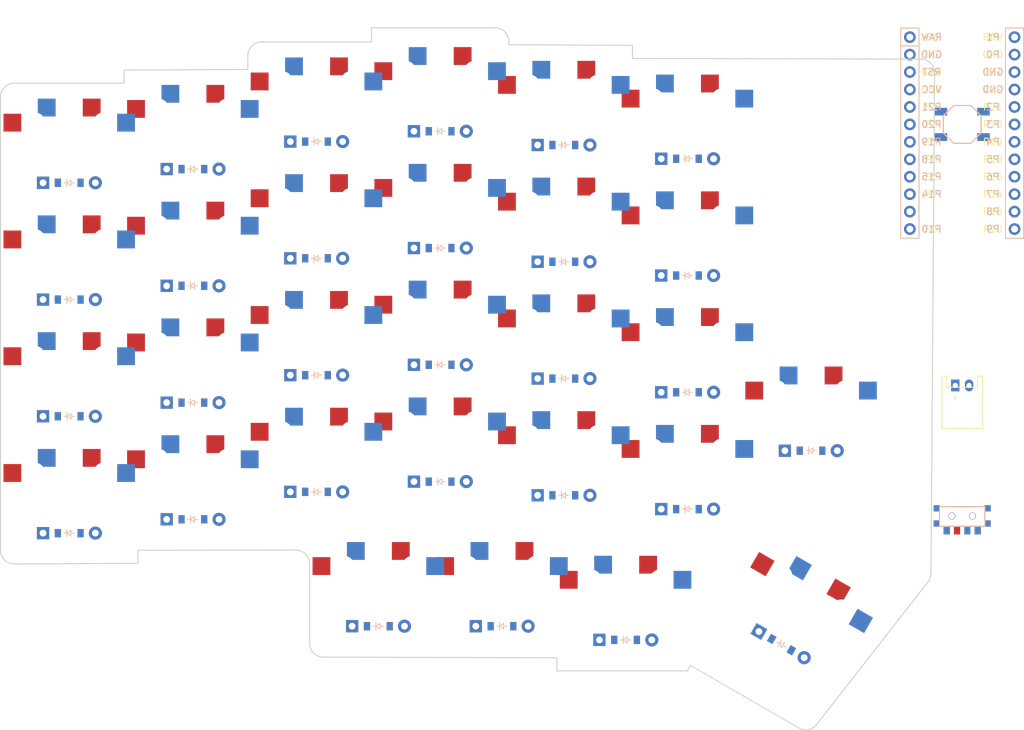
<source format=kicad_pcb>
(kicad_pcb (version 20171130) (host pcbnew 5.1.6)
  (title_block (title "tutorial") (rev "v1.0.0") (company "Unknown"))
  (layers (0 F.Cu signal) (31 B.Cu signal) (34 B.Paste user) (35 F.Paste user) (36 B.SilkS user) (37 F.SilkS user) (38 B.Mask user) (39 F.Mask user) (44 Edge.Cuts user))
  (net 0 "")
  (net 1 "P2")
  (net 2 "lefty_bottom")
  (net 3 "lefty_home")
  (net 4 "lefty_top")
  (net 5 "lefty_num")
  (net 6 "P3")
  (net 7 "pinky_bottom")
  (net 8 "pinky_home")
  (net 9 "pinky_top")
  (net 10 "pinky_num")
  (net 11 "P4")
  (net 12 "ring_bottom")
  (net 13 "ring_home")
  (net 14 "ring_top")
  (net 15 "ring_num")
  (net 16 "P5")
  (net 17 "middle_bottom")
  (net 18 "middle_home")
  (net 19 "middle_top")
  (net 20 "middle_num")
  (net 21 "P6")
  (net 22 "index_bottom")
  (net 23 "index_home")
  (net 24 "index_top")
  (net 25 "index_num")
  (net 26 "P7")
  (net 27 "inner_bottom")
  (net 28 "inner_home")
  (net 29 "inner_top")
  (net 30 "inner_num")
  (net 31 "inner_unique")
  (net 32 "home_unique")
  (net 33 "outer_unique")
  (net 34 "default_top")
  (net 35 "thumb_hey")
  (net 36 "P16")
  (net 37 "P14")
  (net 38 "P15")
  (net 39 "P18")
  (net 40 "D10")
  (net 41 "P10")
  (net 42 "RAW")
  (net 43 "GND")
  (net 44 "RST")
  (net 45 "VCC")
  (net 46 "P21")
  (net 47 "P20")
  (net 48 "P19")
  (net 49 "P1")
  (net 50 "P0")
  (net 51 "P8")
  (net 52 "P9")
  (net 53 "P101")
  (net 54 "P102")
  (net 55 "P107")
  (net 56 "MCU1_24")
  (net 57 "MCU1_1")
  (net 58 "MCU1_23")
  (net 59 "MCU1_2")
  (net 60 "MCU1_22")
  (net 61 "MCU1_3")
  (net 62 "MCU1_21")
  (net 63 "MCU1_4")
  (net 64 "MCU1_20")
  (net 65 "MCU1_5")
  (net 66 "MCU1_19")
  (net 67 "MCU1_6")
  (net 68 "MCU1_18")
  (net 69 "MCU1_7")
  (net 70 "MCU1_17")
  (net 71 "MCU1_8")
  (net 72 "MCU1_16")
  (net 73 "MCU1_9")
  (net 74 "MCU1_15")
  (net 75 "MCU1_10")
  (net 76 "MCU1_14")
  (net 77 "MCU1_11")
  (net 78 "MCU1_13")
  (net 79 "MCU1_12")
  (net 80 "BPOS")
  (module PG1350 (layer F.Cu) (at 0 0 0)
    (fp_text reference "S1" hide)
    (fp_text value "" hide)
    (pad "" np_thru_hole circle (at 0 0) (size 3.429 3.429) (drill 3.429) (layers *.Cu *.Mask))
    (pad "" np_thru_hole circle (at 5.5 0) (size 1.7018 1.7018) (drill 1.7018) (layers *.Cu *.Mask))
    (pad "" np_thru_hole circle (at -5.5 0) (size 1.7018 1.7018) (drill 1.7018) (layers *.Cu *.Mask))
    (pad "" np_thru_hole circle (at 5 -3.75) (size 3 3) (drill 3) (layers *.Cu *.Mask))
    (pad "" np_thru_hole circle (at 0 -5.95) (size 3 3) (drill 3) (layers *.Cu *.Mask))
    (pad 1 smd rect (at -3.275 -5.95 0) (size 2.6 2.6) (layers B.Cu B.Paste B.Mask) (net 1 "P2"))
    (pad 2 smd rect (at 8.275 -3.75 0) (size 2.6 2.6) (layers B.Cu B.Paste B.Mask) (net 2 "lefty_bottom"))
    (pad "" np_thru_hole circle (at -5 -3.75) (size 3 3) (drill 3) (layers *.Cu *.Mask))
    (pad "" np_thru_hole circle (at 0 -5.95) (size 3 3) (drill 3) (layers *.Cu *.Mask))
    (pad 1 smd rect (at 3.275 -5.95 0) (size 2.6 2.6) (layers F.Cu F.Paste F.Mask) (net 1 "P2"))
    (pad 2 smd rect (at -8.275 -3.75 0) (size 2.6 2.6) (layers F.Cu F.Paste F.Mask) (net 2 "lefty_bottom"))
  )
  (module PG1350 (layer F.Cu) (at 0 -17 0)
    (fp_text reference "S2" hide)
    (fp_text value "" hide)
    (pad "" np_thru_hole circle (at 0 0) (size 3.429 3.429) (drill 3.429) (layers *.Cu *.Mask))
    (pad "" np_thru_hole circle (at 5.5 0) (size 1.7018 1.7018) (drill 1.7018) (layers *.Cu *.Mask))
    (pad "" np_thru_hole circle (at -5.5 0) (size 1.7018 1.7018) (drill 1.7018) (layers *.Cu *.Mask))
    (pad "" np_thru_hole circle (at 5 -3.75) (size 3 3) (drill 3) (layers *.Cu *.Mask))
    (pad "" np_thru_hole circle (at 0 -5.95) (size 3 3) (drill 3) (layers *.Cu *.Mask))
    (pad 1 smd rect (at -3.275 -5.95 0) (size 2.6 2.6) (layers B.Cu B.Paste B.Mask) (net 1 "P2"))
    (pad 2 smd rect (at 8.275 -3.75 0) (size 2.6 2.6) (layers B.Cu B.Paste B.Mask) (net 3 "lefty_home"))
    (pad "" np_thru_hole circle (at -5 -3.75) (size 3 3) (drill 3) (layers *.Cu *.Mask))
    (pad "" np_thru_hole circle (at 0 -5.95) (size 3 3) (drill 3) (layers *.Cu *.Mask))
    (pad 1 smd rect (at 3.275 -5.95 0) (size 2.6 2.6) (layers F.Cu F.Paste F.Mask) (net 1 "P2"))
    (pad 2 smd rect (at -8.275 -3.75 0) (size 2.6 2.6) (layers F.Cu F.Paste F.Mask) (net 3 "lefty_home"))
  )
  (module PG1350 (layer F.Cu) (at 0 -34 0)
    (fp_text reference "S3" hide)
    (fp_text value "" hide)
    (pad "" np_thru_hole circle (at 0 0) (size 3.429 3.429) (drill 3.429) (layers *.Cu *.Mask))
    (pad "" np_thru_hole circle (at 5.5 0) (size 1.7018 1.7018) (drill 1.7018) (layers *.Cu *.Mask))
    (pad "" np_thru_hole circle (at -5.5 0) (size 1.7018 1.7018) (drill 1.7018) (layers *.Cu *.Mask))
    (pad "" np_thru_hole circle (at 5 -3.75) (size 3 3) (drill 3) (layers *.Cu *.Mask))
    (pad "" np_thru_hole circle (at 0 -5.95) (size 3 3) (drill 3) (layers *.Cu *.Mask))
    (pad 1 smd rect (at -3.275 -5.95 0) (size 2.6 2.6) (layers B.Cu B.Paste B.Mask) (net 1 "P2"))
    (pad 2 smd rect (at 8.275 -3.75 0) (size 2.6 2.6) (layers B.Cu B.Paste B.Mask) (net 4 "lefty_top"))
    (pad "" np_thru_hole circle (at -5 -3.75) (size 3 3) (drill 3) (layers *.Cu *.Mask))
    (pad "" np_thru_hole circle (at 0 -5.95) (size 3 3) (drill 3) (layers *.Cu *.Mask))
    (pad 1 smd rect (at 3.275 -5.95 0) (size 2.6 2.6) (layers F.Cu F.Paste F.Mask) (net 1 "P2"))
    (pad 2 smd rect (at -8.275 -3.75 0) (size 2.6 2.6) (layers F.Cu F.Paste F.Mask) (net 4 "lefty_top"))
  )
  (module PG1350 (layer F.Cu) (at 0 -51 0)
    (fp_text reference "S4" hide)
    (fp_text value "" hide)
    (pad "" np_thru_hole circle (at 0 0) (size 3.429 3.429) (drill 3.429) (layers *.Cu *.Mask))
    (pad "" np_thru_hole circle (at 5.5 0) (size 1.7018 1.7018) (drill 1.7018) (layers *.Cu *.Mask))
    (pad "" np_thru_hole circle (at -5.5 0) (size 1.7018 1.7018) (drill 1.7018) (layers *.Cu *.Mask))
    (pad "" np_thru_hole circle (at 5 -3.75) (size 3 3) (drill 3) (layers *.Cu *.Mask))
    (pad "" np_thru_hole circle (at 0 -5.95) (size 3 3) (drill 3) (layers *.Cu *.Mask))
    (pad 1 smd rect (at -3.275 -5.95 0) (size 2.6 2.6) (layers B.Cu B.Paste B.Mask) (net 1 "P2"))
    (pad 2 smd rect (at 8.275 -3.75 0) (size 2.6 2.6) (layers B.Cu B.Paste B.Mask) (net 5 "lefty_num"))
    (pad "" np_thru_hole circle (at -5 -3.75) (size 3 3) (drill 3) (layers *.Cu *.Mask))
    (pad "" np_thru_hole circle (at 0 -5.95) (size 3 3) (drill 3) (layers *.Cu *.Mask))
    (pad 1 smd rect (at 3.275 -5.95 0) (size 2.6 2.6) (layers F.Cu F.Paste F.Mask) (net 1 "P2"))
    (pad 2 smd rect (at -8.275 -3.75 0) (size 2.6 2.6) (layers F.Cu F.Paste F.Mask) (net 5 "lefty_num"))
  )
  (module PG1350 (layer F.Cu) (at 18 -2 0)
    (fp_text reference "S5" hide)
    (fp_text value "" hide)
    (pad "" np_thru_hole circle (at 0 0) (size 3.429 3.429) (drill 3.429) (layers *.Cu *.Mask))
    (pad "" np_thru_hole circle (at 5.5 0) (size 1.7018 1.7018) (drill 1.7018) (layers *.Cu *.Mask))
    (pad "" np_thru_hole circle (at -5.5 0) (size 1.7018 1.7018) (drill 1.7018) (layers *.Cu *.Mask))
    (pad "" np_thru_hole circle (at 5 -3.75) (size 3 3) (drill 3) (layers *.Cu *.Mask))
    (pad "" np_thru_hole circle (at 0 -5.95) (size 3 3) (drill 3) (layers *.Cu *.Mask))
    (pad 1 smd rect (at -3.275 -5.95 0) (size 2.6 2.6) (layers B.Cu B.Paste B.Mask) (net 6 "P3"))
    (pad 2 smd rect (at 8.275 -3.75 0) (size 2.6 2.6) (layers B.Cu B.Paste B.Mask) (net 7 "pinky_bottom"))
    (pad "" np_thru_hole circle (at -5 -3.75) (size 3 3) (drill 3) (layers *.Cu *.Mask))
    (pad "" np_thru_hole circle (at 0 -5.95) (size 3 3) (drill 3) (layers *.Cu *.Mask))
    (pad 1 smd rect (at 3.275 -5.95 0) (size 2.6 2.6) (layers F.Cu F.Paste F.Mask) (net 6 "P3"))
    (pad 2 smd rect (at -8.275 -3.75 0) (size 2.6 2.6) (layers F.Cu F.Paste F.Mask) (net 7 "pinky_bottom"))
  )
  (module PG1350 (layer F.Cu) (at 18 -19 0)
    (fp_text reference "S6" hide)
    (fp_text value "" hide)
    (pad "" np_thru_hole circle (at 0 0) (size 3.429 3.429) (drill 3.429) (layers *.Cu *.Mask))
    (pad "" np_thru_hole circle (at 5.5 0) (size 1.7018 1.7018) (drill 1.7018) (layers *.Cu *.Mask))
    (pad "" np_thru_hole circle (at -5.5 0) (size 1.7018 1.7018) (drill 1.7018) (layers *.Cu *.Mask))
    (pad "" np_thru_hole circle (at 5 -3.75) (size 3 3) (drill 3) (layers *.Cu *.Mask))
    (pad "" np_thru_hole circle (at 0 -5.95) (size 3 3) (drill 3) (layers *.Cu *.Mask))
    (pad 1 smd rect (at -3.275 -5.95 0) (size 2.6 2.6) (layers B.Cu B.Paste B.Mask) (net 6 "P3"))
    (pad 2 smd rect (at 8.275 -3.75 0) (size 2.6 2.6) (layers B.Cu B.Paste B.Mask) (net 8 "pinky_home"))
    (pad "" np_thru_hole circle (at -5 -3.75) (size 3 3) (drill 3) (layers *.Cu *.Mask))
    (pad "" np_thru_hole circle (at 0 -5.95) (size 3 3) (drill 3) (layers *.Cu *.Mask))
    (pad 1 smd rect (at 3.275 -5.95 0) (size 2.6 2.6) (layers F.Cu F.Paste F.Mask) (net 6 "P3"))
    (pad 2 smd rect (at -8.275 -3.75 0) (size 2.6 2.6) (layers F.Cu F.Paste F.Mask) (net 8 "pinky_home"))
  )
  (module PG1350 (layer F.Cu) (at 18 -36 0)
    (fp_text reference "S7" hide)
    (fp_text value "" hide)
    (pad "" np_thru_hole circle (at 0 0) (size 3.429 3.429) (drill 3.429) (layers *.Cu *.Mask))
    (pad "" np_thru_hole circle (at 5.5 0) (size 1.7018 1.7018) (drill 1.7018) (layers *.Cu *.Mask))
    (pad "" np_thru_hole circle (at -5.5 0) (size 1.7018 1.7018) (drill 1.7018) (layers *.Cu *.Mask))
    (pad "" np_thru_hole circle (at 5 -3.75) (size 3 3) (drill 3) (layers *.Cu *.Mask))
    (pad "" np_thru_hole circle (at 0 -5.95) (size 3 3) (drill 3) (layers *.Cu *.Mask))
    (pad 1 smd rect (at -3.275 -5.95 0) (size 2.6 2.6) (layers B.Cu B.Paste B.Mask) (net 6 "P3"))
    (pad 2 smd rect (at 8.275 -3.75 0) (size 2.6 2.6) (layers B.Cu B.Paste B.Mask) (net 9 "pinky_top"))
    (pad "" np_thru_hole circle (at -5 -3.75) (size 3 3) (drill 3) (layers *.Cu *.Mask))
    (pad "" np_thru_hole circle (at 0 -5.95) (size 3 3) (drill 3) (layers *.Cu *.Mask))
    (pad 1 smd rect (at 3.275 -5.95 0) (size 2.6 2.6) (layers F.Cu F.Paste F.Mask) (net 6 "P3"))
    (pad 2 smd rect (at -8.275 -3.75 0) (size 2.6 2.6) (layers F.Cu F.Paste F.Mask) (net 9 "pinky_top"))
  )
  (module PG1350 (layer F.Cu) (at 18 -53 0)
    (fp_text reference "S8" hide)
    (fp_text value "" hide)
    (pad "" np_thru_hole circle (at 0 0) (size 3.429 3.429) (drill 3.429) (layers *.Cu *.Mask))
    (pad "" np_thru_hole circle (at 5.5 0) (size 1.7018 1.7018) (drill 1.7018) (layers *.Cu *.Mask))
    (pad "" np_thru_hole circle (at -5.5 0) (size 1.7018 1.7018) (drill 1.7018) (layers *.Cu *.Mask))
    (pad "" np_thru_hole circle (at 5 -3.75) (size 3 3) (drill 3) (layers *.Cu *.Mask))
    (pad "" np_thru_hole circle (at 0 -5.95) (size 3 3) (drill 3) (layers *.Cu *.Mask))
    (pad 1 smd rect (at -3.275 -5.95 0) (size 2.6 2.6) (layers B.Cu B.Paste B.Mask) (net 6 "P3"))
    (pad 2 smd rect (at 8.275 -3.75 0) (size 2.6 2.6) (layers B.Cu B.Paste B.Mask) (net 10 "pinky_num"))
    (pad "" np_thru_hole circle (at -5 -3.75) (size 3 3) (drill 3) (layers *.Cu *.Mask))
    (pad "" np_thru_hole circle (at 0 -5.95) (size 3 3) (drill 3) (layers *.Cu *.Mask))
    (pad 1 smd rect (at 3.275 -5.95 0) (size 2.6 2.6) (layers F.Cu F.Paste F.Mask) (net 6 "P3"))
    (pad 2 smd rect (at -8.275 -3.75 0) (size 2.6 2.6) (layers F.Cu F.Paste F.Mask) (net 10 "pinky_num"))
  )
  (module PG1350 (layer F.Cu) (at 36 -6 0)
    (fp_text reference "S9" hide)
    (fp_text value "" hide)
    (pad "" np_thru_hole circle (at 0 0) (size 3.429 3.429) (drill 3.429) (layers *.Cu *.Mask))
    (pad "" np_thru_hole circle (at 5.5 0) (size 1.7018 1.7018) (drill 1.7018) (layers *.Cu *.Mask))
    (pad "" np_thru_hole circle (at -5.5 0) (size 1.7018 1.7018) (drill 1.7018) (layers *.Cu *.Mask))
    (pad "" np_thru_hole circle (at 5 -3.75) (size 3 3) (drill 3) (layers *.Cu *.Mask))
    (pad "" np_thru_hole circle (at 0 -5.95) (size 3 3) (drill 3) (layers *.Cu *.Mask))
    (pad 1 smd rect (at -3.275 -5.95 0) (size 2.6 2.6) (layers B.Cu B.Paste B.Mask) (net 11 "P4"))
    (pad 2 smd rect (at 8.275 -3.75 0) (size 2.6 2.6) (layers B.Cu B.Paste B.Mask) (net 12 "ring_bottom"))
    (pad "" np_thru_hole circle (at -5 -3.75) (size 3 3) (drill 3) (layers *.Cu *.Mask))
    (pad "" np_thru_hole circle (at 0 -5.95) (size 3 3) (drill 3) (layers *.Cu *.Mask))
    (pad 1 smd rect (at 3.275 -5.95 0) (size 2.6 2.6) (layers F.Cu F.Paste F.Mask) (net 11 "P4"))
    (pad 2 smd rect (at -8.275 -3.75 0) (size 2.6 2.6) (layers F.Cu F.Paste F.Mask) (net 12 "ring_bottom"))
  )
  (module PG1350 (layer F.Cu) (at 36 -23 0)
    (fp_text reference "S10" hide)
    (fp_text value "" hide)
    (pad "" np_thru_hole circle (at 0 0) (size 3.429 3.429) (drill 3.429) (layers *.Cu *.Mask))
    (pad "" np_thru_hole circle (at 5.5 0) (size 1.7018 1.7018) (drill 1.7018) (layers *.Cu *.Mask))
    (pad "" np_thru_hole circle (at -5.5 0) (size 1.7018 1.7018) (drill 1.7018) (layers *.Cu *.Mask))
    (pad "" np_thru_hole circle (at 5 -3.75) (size 3 3) (drill 3) (layers *.Cu *.Mask))
    (pad "" np_thru_hole circle (at 0 -5.95) (size 3 3) (drill 3) (layers *.Cu *.Mask))
    (pad 1 smd rect (at -3.275 -5.95 0) (size 2.6 2.6) (layers B.Cu B.Paste B.Mask) (net 11 "P4"))
    (pad 2 smd rect (at 8.275 -3.75 0) (size 2.6 2.6) (layers B.Cu B.Paste B.Mask) (net 13 "ring_home"))
    (pad "" np_thru_hole circle (at -5 -3.75) (size 3 3) (drill 3) (layers *.Cu *.Mask))
    (pad "" np_thru_hole circle (at 0 -5.95) (size 3 3) (drill 3) (layers *.Cu *.Mask))
    (pad 1 smd rect (at 3.275 -5.95 0) (size 2.6 2.6) (layers F.Cu F.Paste F.Mask) (net 11 "P4"))
    (pad 2 smd rect (at -8.275 -3.75 0) (size 2.6 2.6) (layers F.Cu F.Paste F.Mask) (net 13 "ring_home"))
  )
  (module PG1350 (layer F.Cu) (at 36 -40 0)
    (fp_text reference "S11" hide)
    (fp_text value "" hide)
    (pad "" np_thru_hole circle (at 0 0) (size 3.429 3.429) (drill 3.429) (layers *.Cu *.Mask))
    (pad "" np_thru_hole circle (at 5.5 0) (size 1.7018 1.7018) (drill 1.7018) (layers *.Cu *.Mask))
    (pad "" np_thru_hole circle (at -5.5 0) (size 1.7018 1.7018) (drill 1.7018) (layers *.Cu *.Mask))
    (pad "" np_thru_hole circle (at 5 -3.75) (size 3 3) (drill 3) (layers *.Cu *.Mask))
    (pad "" np_thru_hole circle (at 0 -5.95) (size 3 3) (drill 3) (layers *.Cu *.Mask))
    (pad 1 smd rect (at -3.275 -5.95 0) (size 2.6 2.6) (layers B.Cu B.Paste B.Mask) (net 11 "P4"))
    (pad 2 smd rect (at 8.275 -3.75 0) (size 2.6 2.6) (layers B.Cu B.Paste B.Mask) (net 14 "ring_top"))
    (pad "" np_thru_hole circle (at -5 -3.75) (size 3 3) (drill 3) (layers *.Cu *.Mask))
    (pad "" np_thru_hole circle (at 0 -5.95) (size 3 3) (drill 3) (layers *.Cu *.Mask))
    (pad 1 smd rect (at 3.275 -5.95 0) (size 2.6 2.6) (layers F.Cu F.Paste F.Mask) (net 11 "P4"))
    (pad 2 smd rect (at -8.275 -3.75 0) (size 2.6 2.6) (layers F.Cu F.Paste F.Mask) (net 14 "ring_top"))
  )
  (module PG1350 (layer F.Cu) (at 36 -57 0)
    (fp_text reference "S12" hide)
    (fp_text value "" hide)
    (pad "" np_thru_hole circle (at 0 0) (size 3.429 3.429) (drill 3.429) (layers *.Cu *.Mask))
    (pad "" np_thru_hole circle (at 5.5 0) (size 1.7018 1.7018) (drill 1.7018) (layers *.Cu *.Mask))
    (pad "" np_thru_hole circle (at -5.5 0) (size 1.7018 1.7018) (drill 1.7018) (layers *.Cu *.Mask))
    (pad "" np_thru_hole circle (at 5 -3.75) (size 3 3) (drill 3) (layers *.Cu *.Mask))
    (pad "" np_thru_hole circle (at 0 -5.95) (size 3 3) (drill 3) (layers *.Cu *.Mask))
    (pad 1 smd rect (at -3.275 -5.95 0) (size 2.6 2.6) (layers B.Cu B.Paste B.Mask) (net 11 "P4"))
    (pad 2 smd rect (at 8.275 -3.75 0) (size 2.6 2.6) (layers B.Cu B.Paste B.Mask) (net 15 "ring_num"))
    (pad "" np_thru_hole circle (at -5 -3.75) (size 3 3) (drill 3) (layers *.Cu *.Mask))
    (pad "" np_thru_hole circle (at 0 -5.95) (size 3 3) (drill 3) (layers *.Cu *.Mask))
    (pad 1 smd rect (at 3.275 -5.95 0) (size 2.6 2.6) (layers F.Cu F.Paste F.Mask) (net 11 "P4"))
    (pad 2 smd rect (at -8.275 -3.75 0) (size 2.6 2.6) (layers F.Cu F.Paste F.Mask) (net 15 "ring_num"))
  )
  (module PG1350 (layer F.Cu) (at 54 -7.5 0)
    (fp_text reference "S13" hide)
    (fp_text value "" hide)
    (pad "" np_thru_hole circle (at 0 0) (size 3.429 3.429) (drill 3.429) (layers *.Cu *.Mask))
    (pad "" np_thru_hole circle (at 5.5 0) (size 1.7018 1.7018) (drill 1.7018) (layers *.Cu *.Mask))
    (pad "" np_thru_hole circle (at -5.5 0) (size 1.7018 1.7018) (drill 1.7018) (layers *.Cu *.Mask))
    (pad "" np_thru_hole circle (at 5 -3.75) (size 3 3) (drill 3) (layers *.Cu *.Mask))
    (pad "" np_thru_hole circle (at 0 -5.95) (size 3 3) (drill 3) (layers *.Cu *.Mask))
    (pad 1 smd rect (at -3.275 -5.95 0) (size 2.6 2.6) (layers B.Cu B.Paste B.Mask) (net 16 "P5"))
    (pad 2 smd rect (at 8.275 -3.75 0) (size 2.6 2.6) (layers B.Cu B.Paste B.Mask) (net 17 "middle_bottom"))
    (pad "" np_thru_hole circle (at -5 -3.75) (size 3 3) (drill 3) (layers *.Cu *.Mask))
    (pad "" np_thru_hole circle (at 0 -5.95) (size 3 3) (drill 3) (layers *.Cu *.Mask))
    (pad 1 smd rect (at 3.275 -5.95 0) (size 2.6 2.6) (layers F.Cu F.Paste F.Mask) (net 16 "P5"))
    (pad 2 smd rect (at -8.275 -3.75 0) (size 2.6 2.6) (layers F.Cu F.Paste F.Mask) (net 17 "middle_bottom"))
  )
  (module PG1350 (layer F.Cu) (at 54 -24.5 0)
    (fp_text reference "S14" hide)
    (fp_text value "" hide)
    (pad "" np_thru_hole circle (at 0 0) (size 3.429 3.429) (drill 3.429) (layers *.Cu *.Mask))
    (pad "" np_thru_hole circle (at 5.5 0) (size 1.7018 1.7018) (drill 1.7018) (layers *.Cu *.Mask))
    (pad "" np_thru_hole circle (at -5.5 0) (size 1.7018 1.7018) (drill 1.7018) (layers *.Cu *.Mask))
    (pad "" np_thru_hole circle (at 5 -3.75) (size 3 3) (drill 3) (layers *.Cu *.Mask))
    (pad "" np_thru_hole circle (at 0 -5.95) (size 3 3) (drill 3) (layers *.Cu *.Mask))
    (pad 1 smd rect (at -3.275 -5.95 0) (size 2.6 2.6) (layers B.Cu B.Paste B.Mask) (net 16 "P5"))
    (pad 2 smd rect (at 8.275 -3.75 0) (size 2.6 2.6) (layers B.Cu B.Paste B.Mask) (net 18 "middle_home"))
    (pad "" np_thru_hole circle (at -5 -3.75) (size 3 3) (drill 3) (layers *.Cu *.Mask))
    (pad "" np_thru_hole circle (at 0 -5.95) (size 3 3) (drill 3) (layers *.Cu *.Mask))
    (pad 1 smd rect (at 3.275 -5.95 0) (size 2.6 2.6) (layers F.Cu F.Paste F.Mask) (net 16 "P5"))
    (pad 2 smd rect (at -8.275 -3.75 0) (size 2.6 2.6) (layers F.Cu F.Paste F.Mask) (net 18 "middle_home"))
  )
  (module PG1350 (layer F.Cu) (at 54 -41.5 0)
    (fp_text reference "S15" hide)
    (fp_text value "" hide)
    (pad "" np_thru_hole circle (at 0 0) (size 3.429 3.429) (drill 3.429) (layers *.Cu *.Mask))
    (pad "" np_thru_hole circle (at 5.5 0) (size 1.7018 1.7018) (drill 1.7018) (layers *.Cu *.Mask))
    (pad "" np_thru_hole circle (at -5.5 0) (size 1.7018 1.7018) (drill 1.7018) (layers *.Cu *.Mask))
    (pad "" np_thru_hole circle (at 5 -3.75) (size 3 3) (drill 3) (layers *.Cu *.Mask))
    (pad "" np_thru_hole circle (at 0 -5.95) (size 3 3) (drill 3) (layers *.Cu *.Mask))
    (pad 1 smd rect (at -3.275 -5.95 0) (size 2.6 2.6) (layers B.Cu B.Paste B.Mask) (net 16 "P5"))
    (pad 2 smd rect (at 8.275 -3.75 0) (size 2.6 2.6) (layers B.Cu B.Paste B.Mask) (net 19 "middle_top"))
    (pad "" np_thru_hole circle (at -5 -3.75) (size 3 3) (drill 3) (layers *.Cu *.Mask))
    (pad "" np_thru_hole circle (at 0 -5.95) (size 3 3) (drill 3) (layers *.Cu *.Mask))
    (pad 1 smd rect (at 3.275 -5.95 0) (size 2.6 2.6) (layers F.Cu F.Paste F.Mask) (net 16 "P5"))
    (pad 2 smd rect (at -8.275 -3.75 0) (size 2.6 2.6) (layers F.Cu F.Paste F.Mask) (net 19 "middle_top"))
  )
  (module PG1350 (layer F.Cu) (at 54 -58.5 0)
    (fp_text reference "S16" hide)
    (fp_text value "" hide)
    (pad "" np_thru_hole circle (at 0 0) (size 3.429 3.429) (drill 3.429) (layers *.Cu *.Mask))
    (pad "" np_thru_hole circle (at 5.5 0) (size 1.7018 1.7018) (drill 1.7018) (layers *.Cu *.Mask))
    (pad "" np_thru_hole circle (at -5.5 0) (size 1.7018 1.7018) (drill 1.7018) (layers *.Cu *.Mask))
    (pad "" np_thru_hole circle (at 5 -3.75) (size 3 3) (drill 3) (layers *.Cu *.Mask))
    (pad "" np_thru_hole circle (at 0 -5.95) (size 3 3) (drill 3) (layers *.Cu *.Mask))
    (pad 1 smd rect (at -3.275 -5.95 0) (size 2.6 2.6) (layers B.Cu B.Paste B.Mask) (net 16 "P5"))
    (pad 2 smd rect (at 8.275 -3.75 0) (size 2.6 2.6) (layers B.Cu B.Paste B.Mask) (net 20 "middle_num"))
    (pad "" np_thru_hole circle (at -5 -3.75) (size 3 3) (drill 3) (layers *.Cu *.Mask))
    (pad "" np_thru_hole circle (at 0 -5.95) (size 3 3) (drill 3) (layers *.Cu *.Mask))
    (pad 1 smd rect (at 3.275 -5.95 0) (size 2.6 2.6) (layers F.Cu F.Paste F.Mask) (net 16 "P5"))
    (pad 2 smd rect (at -8.275 -3.75 0) (size 2.6 2.6) (layers F.Cu F.Paste F.Mask) (net 20 "middle_num"))
  )
  (module PG1350 (layer F.Cu) (at 72 -5.5 0)
    (fp_text reference "S17" hide)
    (fp_text value "" hide)
    (pad "" np_thru_hole circle (at 0 0) (size 3.429 3.429) (drill 3.429) (layers *.Cu *.Mask))
    (pad "" np_thru_hole circle (at 5.5 0) (size 1.7018 1.7018) (drill 1.7018) (layers *.Cu *.Mask))
    (pad "" np_thru_hole circle (at -5.5 0) (size 1.7018 1.7018) (drill 1.7018) (layers *.Cu *.Mask))
    (pad "" np_thru_hole circle (at 5 -3.75) (size 3 3) (drill 3) (layers *.Cu *.Mask))
    (pad "" np_thru_hole circle (at 0 -5.95) (size 3 3) (drill 3) (layers *.Cu *.Mask))
    (pad 1 smd rect (at -3.275 -5.95 0) (size 2.6 2.6) (layers B.Cu B.Paste B.Mask) (net 21 "P6"))
    (pad 2 smd rect (at 8.275 -3.75 0) (size 2.6 2.6) (layers B.Cu B.Paste B.Mask) (net 22 "index_bottom"))
    (pad "" np_thru_hole circle (at -5 -3.75) (size 3 3) (drill 3) (layers *.Cu *.Mask))
    (pad "" np_thru_hole circle (at 0 -5.95) (size 3 3) (drill 3) (layers *.Cu *.Mask))
    (pad 1 smd rect (at 3.275 -5.95 0) (size 2.6 2.6) (layers F.Cu F.Paste F.Mask) (net 21 "P6"))
    (pad 2 smd rect (at -8.275 -3.75 0) (size 2.6 2.6) (layers F.Cu F.Paste F.Mask) (net 22 "index_bottom"))
  )
  (module PG1350 (layer F.Cu) (at 72 -22.5 0)
    (fp_text reference "S18" hide)
    (fp_text value "" hide)
    (pad "" np_thru_hole circle (at 0 0) (size 3.429 3.429) (drill 3.429) (layers *.Cu *.Mask))
    (pad "" np_thru_hole circle (at 5.5 0) (size 1.7018 1.7018) (drill 1.7018) (layers *.Cu *.Mask))
    (pad "" np_thru_hole circle (at -5.5 0) (size 1.7018 1.7018) (drill 1.7018) (layers *.Cu *.Mask))
    (pad "" np_thru_hole circle (at 5 -3.75) (size 3 3) (drill 3) (layers *.Cu *.Mask))
    (pad "" np_thru_hole circle (at 0 -5.95) (size 3 3) (drill 3) (layers *.Cu *.Mask))
    (pad 1 smd rect (at -3.275 -5.95 0) (size 2.6 2.6) (layers B.Cu B.Paste B.Mask) (net 21 "P6"))
    (pad 2 smd rect (at 8.275 -3.75 0) (size 2.6 2.6) (layers B.Cu B.Paste B.Mask) (net 23 "index_home"))
    (pad "" np_thru_hole circle (at -5 -3.75) (size 3 3) (drill 3) (layers *.Cu *.Mask))
    (pad "" np_thru_hole circle (at 0 -5.95) (size 3 3) (drill 3) (layers *.Cu *.Mask))
    (pad 1 smd rect (at 3.275 -5.95 0) (size 2.6 2.6) (layers F.Cu F.Paste F.Mask) (net 21 "P6"))
    (pad 2 smd rect (at -8.275 -3.75 0) (size 2.6 2.6) (layers F.Cu F.Paste F.Mask) (net 23 "index_home"))
  )
  (module PG1350 (layer F.Cu) (at 72 -39.5 0)
    (fp_text reference "S19" hide)
    (fp_text value "" hide)
    (pad "" np_thru_hole circle (at 0 0) (size 3.429 3.429) (drill 3.429) (layers *.Cu *.Mask))
    (pad "" np_thru_hole circle (at 5.5 0) (size 1.7018 1.7018) (drill 1.7018) (layers *.Cu *.Mask))
    (pad "" np_thru_hole circle (at -5.5 0) (size 1.7018 1.7018) (drill 1.7018) (layers *.Cu *.Mask))
    (pad "" np_thru_hole circle (at 5 -3.75) (size 3 3) (drill 3) (layers *.Cu *.Mask))
    (pad "" np_thru_hole circle (at 0 -5.95) (size 3 3) (drill 3) (layers *.Cu *.Mask))
    (pad 1 smd rect (at -3.275 -5.95 0) (size 2.6 2.6) (layers B.Cu B.Paste B.Mask) (net 21 "P6"))
    (pad 2 smd rect (at 8.275 -3.75 0) (size 2.6 2.6) (layers B.Cu B.Paste B.Mask) (net 24 "index_top"))
    (pad "" np_thru_hole circle (at -5 -3.75) (size 3 3) (drill 3) (layers *.Cu *.Mask))
    (pad "" np_thru_hole circle (at 0 -5.95) (size 3 3) (drill 3) (layers *.Cu *.Mask))
    (pad 1 smd rect (at 3.275 -5.95 0) (size 2.6 2.6) (layers F.Cu F.Paste F.Mask) (net 21 "P6"))
    (pad 2 smd rect (at -8.275 -3.75 0) (size 2.6 2.6) (layers F.Cu F.Paste F.Mask) (net 24 "index_top"))
  )
  (module PG1350 (layer F.Cu) (at 72 -56.5 0)
    (fp_text reference "S20" hide)
    (fp_text value "" hide)
    (pad "" np_thru_hole circle (at 0 0) (size 3.429 3.429) (drill 3.429) (layers *.Cu *.Mask))
    (pad "" np_thru_hole circle (at 5.5 0) (size 1.7018 1.7018) (drill 1.7018) (layers *.Cu *.Mask))
    (pad "" np_thru_hole circle (at -5.5 0) (size 1.7018 1.7018) (drill 1.7018) (layers *.Cu *.Mask))
    (pad "" np_thru_hole circle (at 5 -3.75) (size 3 3) (drill 3) (layers *.Cu *.Mask))
    (pad "" np_thru_hole circle (at 0 -5.95) (size 3 3) (drill 3) (layers *.Cu *.Mask))
    (pad 1 smd rect (at -3.275 -5.95 0) (size 2.6 2.6) (layers B.Cu B.Paste B.Mask) (net 21 "P6"))
    (pad 2 smd rect (at 8.275 -3.75 0) (size 2.6 2.6) (layers B.Cu B.Paste B.Mask) (net 25 "index_num"))
    (pad "" np_thru_hole circle (at -5 -3.75) (size 3 3) (drill 3) (layers *.Cu *.Mask))
    (pad "" np_thru_hole circle (at 0 -5.95) (size 3 3) (drill 3) (layers *.Cu *.Mask))
    (pad 1 smd rect (at 3.275 -5.95 0) (size 2.6 2.6) (layers F.Cu F.Paste F.Mask) (net 21 "P6"))
    (pad 2 smd rect (at -8.275 -3.75 0) (size 2.6 2.6) (layers F.Cu F.Paste F.Mask) (net 25 "index_num"))
  )
  (module PG1350 (layer F.Cu) (at 90 -3.5 0)
    (fp_text reference "S21" hide)
    (fp_text value "" hide)
    (pad "" np_thru_hole circle (at 0 0) (size 3.429 3.429) (drill 3.429) (layers *.Cu *.Mask))
    (pad "" np_thru_hole circle (at 5.5 0) (size 1.7018 1.7018) (drill 1.7018) (layers *.Cu *.Mask))
    (pad "" np_thru_hole circle (at -5.5 0) (size 1.7018 1.7018) (drill 1.7018) (layers *.Cu *.Mask))
    (pad "" np_thru_hole circle (at 5 -3.75) (size 3 3) (drill 3) (layers *.Cu *.Mask))
    (pad "" np_thru_hole circle (at 0 -5.95) (size 3 3) (drill 3) (layers *.Cu *.Mask))
    (pad 1 smd rect (at -3.275 -5.95 0) (size 2.6 2.6) (layers B.Cu B.Paste B.Mask) (net 26 "P7"))
    (pad 2 smd rect (at 8.275 -3.75 0) (size 2.6 2.6) (layers B.Cu B.Paste B.Mask) (net 27 "inner_bottom"))
    (pad "" np_thru_hole circle (at -5 -3.75) (size 3 3) (drill 3) (layers *.Cu *.Mask))
    (pad "" np_thru_hole circle (at 0 -5.95) (size 3 3) (drill 3) (layers *.Cu *.Mask))
    (pad 1 smd rect (at 3.275 -5.95 0) (size 2.6 2.6) (layers F.Cu F.Paste F.Mask) (net 26 "P7"))
    (pad 2 smd rect (at -8.275 -3.75 0) (size 2.6 2.6) (layers F.Cu F.Paste F.Mask) (net 27 "inner_bottom"))
  )
  (module PG1350 (layer F.Cu) (at 90 -20.5 0)
    (fp_text reference "S22" hide)
    (fp_text value "" hide)
    (pad "" np_thru_hole circle (at 0 0) (size 3.429 3.429) (drill 3.429) (layers *.Cu *.Mask))
    (pad "" np_thru_hole circle (at 5.5 0) (size 1.7018 1.7018) (drill 1.7018) (layers *.Cu *.Mask))
    (pad "" np_thru_hole circle (at -5.5 0) (size 1.7018 1.7018) (drill 1.7018) (layers *.Cu *.Mask))
    (pad "" np_thru_hole circle (at 5 -3.75) (size 3 3) (drill 3) (layers *.Cu *.Mask))
    (pad "" np_thru_hole circle (at 0 -5.95) (size 3 3) (drill 3) (layers *.Cu *.Mask))
    (pad 1 smd rect (at -3.275 -5.95 0) (size 2.6 2.6) (layers B.Cu B.Paste B.Mask) (net 26 "P7"))
    (pad 2 smd rect (at 8.275 -3.75 0) (size 2.6 2.6) (layers B.Cu B.Paste B.Mask) (net 28 "inner_home"))
    (pad "" np_thru_hole circle (at -5 -3.75) (size 3 3) (drill 3) (layers *.Cu *.Mask))
    (pad "" np_thru_hole circle (at 0 -5.95) (size 3 3) (drill 3) (layers *.Cu *.Mask))
    (pad 1 smd rect (at 3.275 -5.95 0) (size 2.6 2.6) (layers F.Cu F.Paste F.Mask) (net 26 "P7"))
    (pad 2 smd rect (at -8.275 -3.75 0) (size 2.6 2.6) (layers F.Cu F.Paste F.Mask) (net 28 "inner_home"))
  )
  (module PG1350 (layer F.Cu) (at 90 -37.5 0)
    (fp_text reference "S23" hide)
    (fp_text value "" hide)
    (pad "" np_thru_hole circle (at 0 0) (size 3.429 3.429) (drill 3.429) (layers *.Cu *.Mask))
    (pad "" np_thru_hole circle (at 5.5 0) (size 1.7018 1.7018) (drill 1.7018) (layers *.Cu *.Mask))
    (pad "" np_thru_hole circle (at -5.5 0) (size 1.7018 1.7018) (drill 1.7018) (layers *.Cu *.Mask))
    (pad "" np_thru_hole circle (at 5 -3.75) (size 3 3) (drill 3) (layers *.Cu *.Mask))
    (pad "" np_thru_hole circle (at 0 -5.95) (size 3 3) (drill 3) (layers *.Cu *.Mask))
    (pad 1 smd rect (at -3.275 -5.95 0) (size 2.6 2.6) (layers B.Cu B.Paste B.Mask) (net 26 "P7"))
    (pad 2 smd rect (at 8.275 -3.75 0) (size 2.6 2.6) (layers B.Cu B.Paste B.Mask) (net 29 "inner_top"))
    (pad "" np_thru_hole circle (at -5 -3.75) (size 3 3) (drill 3) (layers *.Cu *.Mask))
    (pad "" np_thru_hole circle (at 0 -5.95) (size 3 3) (drill 3) (layers *.Cu *.Mask))
    (pad 1 smd rect (at 3.275 -5.95 0) (size 2.6 2.6) (layers F.Cu F.Paste F.Mask) (net 26 "P7"))
    (pad 2 smd rect (at -8.275 -3.75 0) (size 2.6 2.6) (layers F.Cu F.Paste F.Mask) (net 29 "inner_top"))
  )
  (module PG1350 (layer F.Cu) (at 90 -54.5 0)
    (fp_text reference "S24" hide)
    (fp_text value "" hide)
    (pad "" np_thru_hole circle (at 0 0) (size 3.429 3.429) (drill 3.429) (layers *.Cu *.Mask))
    (pad "" np_thru_hole circle (at 5.5 0) (size 1.7018 1.7018) (drill 1.7018) (layers *.Cu *.Mask))
    (pad "" np_thru_hole circle (at -5.5 0) (size 1.7018 1.7018) (drill 1.7018) (layers *.Cu *.Mask))
    (pad "" np_thru_hole circle (at 5 -3.75) (size 3 3) (drill 3) (layers *.Cu *.Mask))
    (pad "" np_thru_hole circle (at 0 -5.95) (size 3 3) (drill 3) (layers *.Cu *.Mask))
    (pad 1 smd rect (at -3.275 -5.95 0) (size 2.6 2.6) (layers B.Cu B.Paste B.Mask) (net 26 "P7"))
    (pad 2 smd rect (at 8.275 -3.75 0) (size 2.6 2.6) (layers B.Cu B.Paste B.Mask) (net 30 "inner_num"))
    (pad "" np_thru_hole circle (at -5 -3.75) (size 3 3) (drill 3) (layers *.Cu *.Mask))
    (pad "" np_thru_hole circle (at 0 -5.95) (size 3 3) (drill 3) (layers *.Cu *.Mask))
    (pad 1 smd rect (at 3.275 -5.95 0) (size 2.6 2.6) (layers F.Cu F.Paste F.Mask) (net 26 "P7"))
    (pad 2 smd rect (at -8.275 -3.75 0) (size 2.6 2.6) (layers F.Cu F.Paste F.Mask) (net 30 "inner_num"))
  )
  (module PG1350 (layer F.Cu) (at 45 13.55 0)
    (fp_text reference "S25" hide)
    (fp_text value "" hide)
    (pad "" np_thru_hole circle (at 0 0) (size 3.429 3.429) (drill 3.429) (layers *.Cu *.Mask))
    (pad "" np_thru_hole circle (at 5.5 0) (size 1.7018 1.7018) (drill 1.7018) (layers *.Cu *.Mask))
    (pad "" np_thru_hole circle (at -5.5 0) (size 1.7018 1.7018) (drill 1.7018) (layers *.Cu *.Mask))
    (pad "" np_thru_hole circle (at 5 -3.75) (size 3 3) (drill 3) (layers *.Cu *.Mask))
    (pad "" np_thru_hole circle (at 0 -5.95) (size 3 3) (drill 3) (layers *.Cu *.Mask))
    (pad 1 smd rect (at -3.275 -5.95 0) (size 2.6 2.6) (layers B.Cu B.Paste B.Mask) (net 16 "P5"))
    (pad 2 smd rect (at 8.275 -3.75 0) (size 2.6 2.6) (layers B.Cu B.Paste B.Mask) (net 31 "inner_unique"))
    (pad "" np_thru_hole circle (at -5 -3.75) (size 3 3) (drill 3) (layers *.Cu *.Mask))
    (pad "" np_thru_hole circle (at 0 -5.95) (size 3 3) (drill 3) (layers *.Cu *.Mask))
    (pad 1 smd rect (at 3.275 -5.95 0) (size 2.6 2.6) (layers F.Cu F.Paste F.Mask) (net 16 "P5"))
    (pad 2 smd rect (at -8.275 -3.75 0) (size 2.6 2.6) (layers F.Cu F.Paste F.Mask) (net 31 "inner_unique"))
  )
  (module PG1350 (layer F.Cu) (at 63 13.55 0)
    (fp_text reference "S26" hide)
    (fp_text value "" hide)
    (pad "" np_thru_hole circle (at 0 0) (size 3.429 3.429) (drill 3.429) (layers *.Cu *.Mask))
    (pad "" np_thru_hole circle (at 5.5 0) (size 1.7018 1.7018) (drill 1.7018) (layers *.Cu *.Mask))
    (pad "" np_thru_hole circle (at -5.5 0) (size 1.7018 1.7018) (drill 1.7018) (layers *.Cu *.Mask))
    (pad "" np_thru_hole circle (at 5 -3.75) (size 3 3) (drill 3) (layers *.Cu *.Mask))
    (pad "" np_thru_hole circle (at 0 -5.95) (size 3 3) (drill 3) (layers *.Cu *.Mask))
    (pad 1 smd rect (at -3.275 -5.95 0) (size 2.6 2.6) (layers B.Cu B.Paste B.Mask) (net 11 "P4"))
    (pad 2 smd rect (at 8.275 -3.75 0) (size 2.6 2.6) (layers B.Cu B.Paste B.Mask) (net 32 "home_unique"))
    (pad "" np_thru_hole circle (at -5 -3.75) (size 3 3) (drill 3) (layers *.Cu *.Mask))
    (pad "" np_thru_hole circle (at 0 -5.95) (size 3 3) (drill 3) (layers *.Cu *.Mask))
    (pad 1 smd rect (at 3.275 -5.95 0) (size 2.6 2.6) (layers F.Cu F.Paste F.Mask) (net 11 "P4"))
    (pad 2 smd rect (at -8.275 -3.75 0) (size 2.6 2.6) (layers F.Cu F.Paste F.Mask) (net 32 "home_unique"))
  )
  (module PG1350 (layer F.Cu) (at 81 15.55 0)
    (fp_text reference "S27" hide)
    (fp_text value "" hide)
    (pad "" np_thru_hole circle (at 0 0) (size 3.429 3.429) (drill 3.429) (layers *.Cu *.Mask))
    (pad "" np_thru_hole circle (at 5.5 0) (size 1.7018 1.7018) (drill 1.7018) (layers *.Cu *.Mask))
    (pad "" np_thru_hole circle (at -5.5 0) (size 1.7018 1.7018) (drill 1.7018) (layers *.Cu *.Mask))
    (pad "" np_thru_hole circle (at 5 -3.75) (size 3 3) (drill 3) (layers *.Cu *.Mask))
    (pad "" np_thru_hole circle (at 0 -5.95) (size 3 3) (drill 3) (layers *.Cu *.Mask))
    (pad 1 smd rect (at -3.275 -5.95 0) (size 2.6 2.6) (layers B.Cu B.Paste B.Mask) (net 6 "P3"))
    (pad 2 smd rect (at 8.275 -3.75 0) (size 2.6 2.6) (layers B.Cu B.Paste B.Mask) (net 33 "outer_unique"))
    (pad "" np_thru_hole circle (at -5 -3.75) (size 3 3) (drill 3) (layers *.Cu *.Mask))
    (pad "" np_thru_hole circle (at 0 -5.95) (size 3 3) (drill 3) (layers *.Cu *.Mask))
    (pad 1 smd rect (at 3.275 -5.95 0) (size 2.6 2.6) (layers F.Cu F.Paste F.Mask) (net 6 "P3"))
    (pad 2 smd rect (at -8.275 -3.75 0) (size 2.6 2.6) (layers F.Cu F.Paste F.Mask) (net 33 "outer_unique"))
  )
  (module PG1350 (layer F.Cu) (at 108 -12 0)
    (fp_text reference "S28" hide)
    (fp_text value "" hide)
    (pad "" np_thru_hole circle (at 0 0) (size 3.429 3.429) (drill 3.429) (layers *.Cu *.Mask))
    (pad "" np_thru_hole circle (at 5.5 0) (size 1.7018 1.7018) (drill 1.7018) (layers *.Cu *.Mask))
    (pad "" np_thru_hole circle (at -5.5 0) (size 1.7018 1.7018) (drill 1.7018) (layers *.Cu *.Mask))
    (pad "" np_thru_hole circle (at 5 -3.75) (size 3 3) (drill 3) (layers *.Cu *.Mask))
    (pad "" np_thru_hole circle (at 0 -5.95) (size 3 3) (drill 3) (layers *.Cu *.Mask))
    (pad 1 smd rect (at -3.275 -5.95 0) (size 2.6 2.6) (layers B.Cu B.Paste B.Mask) (net 0 ""))
    (pad 2 smd rect (at 8.275 -3.75 0) (size 2.6 2.6) (layers B.Cu B.Paste B.Mask) (net 34 "default_top"))
    (pad "" np_thru_hole circle (at -5 -3.75) (size 3 3) (drill 3) (layers *.Cu *.Mask))
    (pad "" np_thru_hole circle (at 0 -5.95) (size 3 3) (drill 3) (layers *.Cu *.Mask))
    (pad 1 smd rect (at 3.275 -5.95 0) (size 2.6 2.6) (layers F.Cu F.Paste F.Mask) (net 0 ""))
    (pad 2 smd rect (at -8.275 -3.75 0) (size 2.6 2.6) (layers F.Cu F.Paste F.Mask) (net 34 "default_top"))
  )
  (module PG1350 (layer F.Cu) (at 106.2 16.9 -30)
    (fp_text reference "S29" hide)
    (fp_text value "" hide)
    (pad "" np_thru_hole circle (at 0 0) (size 3.429 3.429) (drill 3.429) (layers *.Cu *.Mask))
    (pad "" np_thru_hole circle (at 5.5 0) (size 1.7018 1.7018) (drill 1.7018) (layers *.Cu *.Mask))
    (pad "" np_thru_hole circle (at -5.5 0) (size 1.7018 1.7018) (drill 1.7018) (layers *.Cu *.Mask))
    (pad "" np_thru_hole circle (at 5 -3.75) (size 3 3) (drill 3) (layers *.Cu *.Mask))
    (pad "" np_thru_hole circle (at 0 -5.95) (size 3 3) (drill 3) (layers *.Cu *.Mask))
    (pad 1 smd rect (at -3.275 -5.95 -30) (size 2.6 2.6) (layers B.Cu B.Paste B.Mask) (net 21 "P6"))
    (pad 2 smd rect (at 8.275 -3.75 -30) (size 2.6 2.6) (layers B.Cu B.Paste B.Mask) (net 35 "thumb_hey"))
    (pad "" np_thru_hole circle (at -5 -3.75) (size 3 3) (drill 3) (layers *.Cu *.Mask))
    (pad "" np_thru_hole circle (at 0 -5.95) (size 3 3) (drill 3) (layers *.Cu *.Mask))
    (pad 1 smd rect (at 3.275 -5.95 -30) (size 2.6 2.6) (layers F.Cu F.Paste F.Mask) (net 21 "P6"))
    (pad 2 smd rect (at -8.275 -3.75 -30) (size 2.6 2.6) (layers F.Cu F.Paste F.Mask) (net 35 "thumb_hey"))
  )
  (module ComboDiode (layer F.Cu) (at 0 5 0)
    (fp_text reference "D1" hide)
    (fp_text value "" hide)
    (pad 1 smd rect (at -1.65 0 0) (size 0.9 1.2) (layers F.Cu F.Paste F.Mask) (net 36 "P16"))
    (pad 2 smd rect (at 1.65 0 0) (size 0.9 1.2) (layers B.Cu B.Paste B.Mask) (net 2 "lefty_bottom"))
    (pad 1 smd rect (at -1.65 0 0) (size 0.9 1.2) (layers B.Cu B.Paste B.Mask) (net 36 "P16"))
    (pad 2 smd rect (at 1.65 0 0) (size 0.9 1.2) (layers F.Cu F.Paste F.Mask) (net 2 "lefty_bottom"))
    (pad 1 thru_hole rect (at -3.81 0 0) (size 1.778 1.778) (drill 0.9906) (layers *.Cu *.Mask) (net 36 "P16"))
    (pad 2 thru_hole circle (at 3.81 0 0) (size 1.905 1.905) (drill 0.9906) (layers *.Cu *.Mask) (net 2 "lefty_bottom"))
  )
  (module ComboDiode (layer F.Cu) (at 0 -12 0)
    (fp_text reference "D2" hide)
    (fp_text value "" hide)
    (pad 1 smd rect (at -1.65 0 0) (size 0.9 1.2) (layers F.Cu F.Paste F.Mask) (net 37 "P14"))
    (pad 2 smd rect (at 1.65 0 0) (size 0.9 1.2) (layers B.Cu B.Paste B.Mask) (net 3 "lefty_home"))
    (pad 1 smd rect (at -1.65 0 0) (size 0.9 1.2) (layers B.Cu B.Paste B.Mask) (net 37 "P14"))
    (pad 2 smd rect (at 1.65 0 0) (size 0.9 1.2) (layers F.Cu F.Paste F.Mask) (net 3 "lefty_home"))
    (pad 1 thru_hole rect (at -3.81 0 0) (size 1.778 1.778) (drill 0.9906) (layers *.Cu *.Mask) (net 37 "P14"))
    (pad 2 thru_hole circle (at 3.81 0 0) (size 1.905 1.905) (drill 0.9906) (layers *.Cu *.Mask) (net 3 "lefty_home"))
  )
  (module ComboDiode (layer F.Cu) (at 0 -29 0)
    (fp_text reference "D3" hide)
    (fp_text value "" hide)
    (pad 1 smd rect (at -1.65 0 0) (size 0.9 1.2) (layers F.Cu F.Paste F.Mask) (net 38 "P15"))
    (pad 2 smd rect (at 1.65 0 0) (size 0.9 1.2) (layers B.Cu B.Paste B.Mask) (net 4 "lefty_top"))
    (pad 1 smd rect (at -1.65 0 0) (size 0.9 1.2) (layers B.Cu B.Paste B.Mask) (net 38 "P15"))
    (pad 2 smd rect (at 1.65 0 0) (size 0.9 1.2) (layers F.Cu F.Paste F.Mask) (net 4 "lefty_top"))
    (pad 1 thru_hole rect (at -3.81 0 0) (size 1.778 1.778) (drill 0.9906) (layers *.Cu *.Mask) (net 38 "P15"))
    (pad 2 thru_hole circle (at 3.81 0 0) (size 1.905 1.905) (drill 0.9906) (layers *.Cu *.Mask) (net 4 "lefty_top"))
  )
  (module ComboDiode (layer F.Cu) (at 0 -46 0)
    (fp_text reference "D4" hide)
    (fp_text value "" hide)
    (pad 1 smd rect (at -1.65 0 0) (size 0.9 1.2) (layers F.Cu F.Paste F.Mask) (net 39 "P18"))
    (pad 2 smd rect (at 1.65 0 0) (size 0.9 1.2) (layers B.Cu B.Paste B.Mask) (net 5 "lefty_num"))
    (pad 1 smd rect (at -1.65 0 0) (size 0.9 1.2) (layers B.Cu B.Paste B.Mask) (net 39 "P18"))
    (pad 2 smd rect (at 1.65 0 0) (size 0.9 1.2) (layers F.Cu F.Paste F.Mask) (net 5 "lefty_num"))
    (pad 1 thru_hole rect (at -3.81 0 0) (size 1.778 1.778) (drill 0.9906) (layers *.Cu *.Mask) (net 39 "P18"))
    (pad 2 thru_hole circle (at 3.81 0 0) (size 1.905 1.905) (drill 0.9906) (layers *.Cu *.Mask) (net 5 "lefty_num"))
  )
  (module ComboDiode (layer F.Cu) (at 18 3 0)
    (fp_text reference "D5" hide)
    (fp_text value "" hide)
    (pad 1 smd rect (at -1.65 0 0) (size 0.9 1.2) (layers F.Cu F.Paste F.Mask) (net 36 "P16"))
    (pad 2 smd rect (at 1.65 0 0) (size 0.9 1.2) (layers B.Cu B.Paste B.Mask) (net 7 "pinky_bottom"))
    (pad 1 smd rect (at -1.65 0 0) (size 0.9 1.2) (layers B.Cu B.Paste B.Mask) (net 36 "P16"))
    (pad 2 smd rect (at 1.65 0 0) (size 0.9 1.2) (layers F.Cu F.Paste F.Mask) (net 7 "pinky_bottom"))
    (pad 1 thru_hole rect (at -3.81 0 0) (size 1.778 1.778) (drill 0.9906) (layers *.Cu *.Mask) (net 36 "P16"))
    (pad 2 thru_hole circle (at 3.81 0 0) (size 1.905 1.905) (drill 0.9906) (layers *.Cu *.Mask) (net 7 "pinky_bottom"))
  )
  (module ComboDiode (layer F.Cu) (at 18 -14 0)
    (fp_text reference "D6" hide)
    (fp_text value "" hide)
    (pad 1 smd rect (at -1.65 0 0) (size 0.9 1.2) (layers F.Cu F.Paste F.Mask) (net 37 "P14"))
    (pad 2 smd rect (at 1.65 0 0) (size 0.9 1.2) (layers B.Cu B.Paste B.Mask) (net 8 "pinky_home"))
    (pad 1 smd rect (at -1.65 0 0) (size 0.9 1.2) (layers B.Cu B.Paste B.Mask) (net 37 "P14"))
    (pad 2 smd rect (at 1.65 0 0) (size 0.9 1.2) (layers F.Cu F.Paste F.Mask) (net 8 "pinky_home"))
    (pad 1 thru_hole rect (at -3.81 0 0) (size 1.778 1.778) (drill 0.9906) (layers *.Cu *.Mask) (net 37 "P14"))
    (pad 2 thru_hole circle (at 3.81 0 0) (size 1.905 1.905) (drill 0.9906) (layers *.Cu *.Mask) (net 8 "pinky_home"))
  )
  (module ComboDiode (layer F.Cu) (at 18 -31 0)
    (fp_text reference "D7" hide)
    (fp_text value "" hide)
    (pad 1 smd rect (at -1.65 0 0) (size 0.9 1.2) (layers F.Cu F.Paste F.Mask) (net 38 "P15"))
    (pad 2 smd rect (at 1.65 0 0) (size 0.9 1.2) (layers B.Cu B.Paste B.Mask) (net 9 "pinky_top"))
    (pad 1 smd rect (at -1.65 0 0) (size 0.9 1.2) (layers B.Cu B.Paste B.Mask) (net 38 "P15"))
    (pad 2 smd rect (at 1.65 0 0) (size 0.9 1.2) (layers F.Cu F.Paste F.Mask) (net 9 "pinky_top"))
    (pad 1 thru_hole rect (at -3.81 0 0) (size 1.778 1.778) (drill 0.9906) (layers *.Cu *.Mask) (net 38 "P15"))
    (pad 2 thru_hole circle (at 3.81 0 0) (size 1.905 1.905) (drill 0.9906) (layers *.Cu *.Mask) (net 9 "pinky_top"))
  )
  (module ComboDiode (layer F.Cu) (at 18 -48 0)
    (fp_text reference "D8" hide)
    (fp_text value "" hide)
    (pad 1 smd rect (at -1.65 0 0) (size 0.9 1.2) (layers F.Cu F.Paste F.Mask) (net 39 "P18"))
    (pad 2 smd rect (at 1.65 0 0) (size 0.9 1.2) (layers B.Cu B.Paste B.Mask) (net 10 "pinky_num"))
    (pad 1 smd rect (at -1.65 0 0) (size 0.9 1.2) (layers B.Cu B.Paste B.Mask) (net 39 "P18"))
    (pad 2 smd rect (at 1.65 0 0) (size 0.9 1.2) (layers F.Cu F.Paste F.Mask) (net 10 "pinky_num"))
    (pad 1 thru_hole rect (at -3.81 0 0) (size 1.778 1.778) (drill 0.9906) (layers *.Cu *.Mask) (net 39 "P18"))
    (pad 2 thru_hole circle (at 3.81 0 0) (size 1.905 1.905) (drill 0.9906) (layers *.Cu *.Mask) (net 10 "pinky_num"))
  )
  (module ComboDiode (layer F.Cu) (at 36 -1 0)
    (fp_text reference "D9" hide)
    (fp_text value "" hide)
    (pad 1 smd rect (at -1.65 0 0) (size 0.9 1.2) (layers F.Cu F.Paste F.Mask) (net 36 "P16"))
    (pad 2 smd rect (at 1.65 0 0) (size 0.9 1.2) (layers B.Cu B.Paste B.Mask) (net 12 "ring_bottom"))
    (pad 1 smd rect (at -1.65 0 0) (size 0.9 1.2) (layers B.Cu B.Paste B.Mask) (net 36 "P16"))
    (pad 2 smd rect (at 1.65 0 0) (size 0.9 1.2) (layers F.Cu F.Paste F.Mask) (net 12 "ring_bottom"))
    (pad 1 thru_hole rect (at -3.81 0 0) (size 1.778 1.778) (drill 0.9906) (layers *.Cu *.Mask) (net 36 "P16"))
    (pad 2 thru_hole circle (at 3.81 0 0) (size 1.905 1.905) (drill 0.9906) (layers *.Cu *.Mask) (net 12 "ring_bottom"))
  )
  (module ComboDiode (layer F.Cu) (at 36 -18 0)
    (fp_text reference "D10" hide)
    (fp_text value "" hide)
    (pad 1 smd rect (at -1.65 0 0) (size 0.9 1.2) (layers F.Cu F.Paste F.Mask) (net 37 "P14"))
    (pad 2 smd rect (at 1.65 0 0) (size 0.9 1.2) (layers B.Cu B.Paste B.Mask) (net 13 "ring_home"))
    (pad 1 smd rect (at -1.65 0 0) (size 0.9 1.2) (layers B.Cu B.Paste B.Mask) (net 37 "P14"))
    (pad 2 smd rect (at 1.65 0 0) (size 0.9 1.2) (layers F.Cu F.Paste F.Mask) (net 13 "ring_home"))
    (pad 1 thru_hole rect (at -3.81 0 0) (size 1.778 1.778) (drill 0.9906) (layers *.Cu *.Mask) (net 37 "P14"))
    (pad 2 thru_hole circle (at 3.81 0 0) (size 1.905 1.905) (drill 0.9906) (layers *.Cu *.Mask) (net 13 "ring_home"))
  )
  (module ComboDiode (layer F.Cu) (at 36 -35 0)
    (fp_text reference "D11" hide)
    (fp_text value "" hide)
    (pad 1 smd rect (at -1.65 0 0) (size 0.9 1.2) (layers F.Cu F.Paste F.Mask) (net 38 "P15"))
    (pad 2 smd rect (at 1.65 0 0) (size 0.9 1.2) (layers B.Cu B.Paste B.Mask) (net 14 "ring_top"))
    (pad 1 smd rect (at -1.65 0 0) (size 0.9 1.2) (layers B.Cu B.Paste B.Mask) (net 38 "P15"))
    (pad 2 smd rect (at 1.65 0 0) (size 0.9 1.2) (layers F.Cu F.Paste F.Mask) (net 14 "ring_top"))
    (pad 1 thru_hole rect (at -3.81 0 0) (size 1.778 1.778) (drill 0.9906) (layers *.Cu *.Mask) (net 38 "P15"))
    (pad 2 thru_hole circle (at 3.81 0 0) (size 1.905 1.905) (drill 0.9906) (layers *.Cu *.Mask) (net 14 "ring_top"))
  )
  (module ComboDiode (layer F.Cu) (at 36 -52 0)
    (fp_text reference "D12" hide)
    (fp_text value "" hide)
    (pad 1 smd rect (at -1.65 0 0) (size 0.9 1.2) (layers F.Cu F.Paste F.Mask) (net 39 "P18"))
    (pad 2 smd rect (at 1.65 0 0) (size 0.9 1.2) (layers B.Cu B.Paste B.Mask) (net 15 "ring_num"))
    (pad 1 smd rect (at -1.65 0 0) (size 0.9 1.2) (layers B.Cu B.Paste B.Mask) (net 39 "P18"))
    (pad 2 smd rect (at 1.65 0 0) (size 0.9 1.2) (layers F.Cu F.Paste F.Mask) (net 15 "ring_num"))
    (pad 1 thru_hole rect (at -3.81 0 0) (size 1.778 1.778) (drill 0.9906) (layers *.Cu *.Mask) (net 39 "P18"))
    (pad 2 thru_hole circle (at 3.81 0 0) (size 1.905 1.905) (drill 0.9906) (layers *.Cu *.Mask) (net 15 "ring_num"))
  )
  (module ComboDiode (layer F.Cu) (at 54 -2.5 0)
    (fp_text reference "D13" hide)
    (fp_text value "" hide)
    (pad 1 smd rect (at -1.65 0 0) (size 0.9 1.2) (layers F.Cu F.Paste F.Mask) (net 36 "P16"))
    (pad 2 smd rect (at 1.65 0 0) (size 0.9 1.2) (layers B.Cu B.Paste B.Mask) (net 17 "middle_bottom"))
    (pad 1 smd rect (at -1.65 0 0) (size 0.9 1.2) (layers B.Cu B.Paste B.Mask) (net 36 "P16"))
    (pad 2 smd rect (at 1.65 0 0) (size 0.9 1.2) (layers F.Cu F.Paste F.Mask) (net 17 "middle_bottom"))
    (pad 1 thru_hole rect (at -3.81 0 0) (size 1.778 1.778) (drill 0.9906) (layers *.Cu *.Mask) (net 36 "P16"))
    (pad 2 thru_hole circle (at 3.81 0 0) (size 1.905 1.905) (drill 0.9906) (layers *.Cu *.Mask) (net 17 "middle_bottom"))
  )
  (module ComboDiode (layer F.Cu) (at 54 -19.5 0)
    (fp_text reference "D14" hide)
    (fp_text value "" hide)
    (pad 1 smd rect (at -1.65 0 0) (size 0.9 1.2) (layers F.Cu F.Paste F.Mask) (net 37 "P14"))
    (pad 2 smd rect (at 1.65 0 0) (size 0.9 1.2) (layers B.Cu B.Paste B.Mask) (net 18 "middle_home"))
    (pad 1 smd rect (at -1.65 0 0) (size 0.9 1.2) (layers B.Cu B.Paste B.Mask) (net 37 "P14"))
    (pad 2 smd rect (at 1.65 0 0) (size 0.9 1.2) (layers F.Cu F.Paste F.Mask) (net 18 "middle_home"))
    (pad 1 thru_hole rect (at -3.81 0 0) (size 1.778 1.778) (drill 0.9906) (layers *.Cu *.Mask) (net 37 "P14"))
    (pad 2 thru_hole circle (at 3.81 0 0) (size 1.905 1.905) (drill 0.9906) (layers *.Cu *.Mask) (net 18 "middle_home"))
  )
  (module ComboDiode (layer F.Cu) (at 54 -36.5 0)
    (fp_text reference "D15" hide)
    (fp_text value "" hide)
    (pad 1 smd rect (at -1.65 0 0) (size 0.9 1.2) (layers F.Cu F.Paste F.Mask) (net 38 "P15"))
    (pad 2 smd rect (at 1.65 0 0) (size 0.9 1.2) (layers B.Cu B.Paste B.Mask) (net 19 "middle_top"))
    (pad 1 smd rect (at -1.65 0 0) (size 0.9 1.2) (layers B.Cu B.Paste B.Mask) (net 38 "P15"))
    (pad 2 smd rect (at 1.65 0 0) (size 0.9 1.2) (layers F.Cu F.Paste F.Mask) (net 19 "middle_top"))
    (pad 1 thru_hole rect (at -3.81 0 0) (size 1.778 1.778) (drill 0.9906) (layers *.Cu *.Mask) (net 38 "P15"))
    (pad 2 thru_hole circle (at 3.81 0 0) (size 1.905 1.905) (drill 0.9906) (layers *.Cu *.Mask) (net 19 "middle_top"))
  )
  (module ComboDiode (layer F.Cu) (at 54 -53.5 0)
    (fp_text reference "D16" hide)
    (fp_text value "" hide)
    (pad 1 smd rect (at -1.65 0 0) (size 0.9 1.2) (layers F.Cu F.Paste F.Mask) (net 39 "P18"))
    (pad 2 smd rect (at 1.65 0 0) (size 0.9 1.2) (layers B.Cu B.Paste B.Mask) (net 20 "middle_num"))
    (pad 1 smd rect (at -1.65 0 0) (size 0.9 1.2) (layers B.Cu B.Paste B.Mask) (net 39 "P18"))
    (pad 2 smd rect (at 1.65 0 0) (size 0.9 1.2) (layers F.Cu F.Paste F.Mask) (net 20 "middle_num"))
    (pad 1 thru_hole rect (at -3.81 0 0) (size 1.778 1.778) (drill 0.9906) (layers *.Cu *.Mask) (net 39 "P18"))
    (pad 2 thru_hole circle (at 3.81 0 0) (size 1.905 1.905) (drill 0.9906) (layers *.Cu *.Mask) (net 20 "middle_num"))
  )
  (module ComboDiode (layer F.Cu) (at 72 -0.5 0)
    (fp_text reference "D17" hide)
    (fp_text value "" hide)
    (pad 1 smd rect (at -1.65 0 0) (size 0.9 1.2) (layers F.Cu F.Paste F.Mask) (net 36 "P16"))
    (pad 2 smd rect (at 1.65 0 0) (size 0.9 1.2) (layers B.Cu B.Paste B.Mask) (net 22 "index_bottom"))
    (pad 1 smd rect (at -1.65 0 0) (size 0.9 1.2) (layers B.Cu B.Paste B.Mask) (net 36 "P16"))
    (pad 2 smd rect (at 1.65 0 0) (size 0.9 1.2) (layers F.Cu F.Paste F.Mask) (net 22 "index_bottom"))
    (pad 1 thru_hole rect (at -3.81 0 0) (size 1.778 1.778) (drill 0.9906) (layers *.Cu *.Mask) (net 36 "P16"))
    (pad 2 thru_hole circle (at 3.81 0 0) (size 1.905 1.905) (drill 0.9906) (layers *.Cu *.Mask) (net 22 "index_bottom"))
  )
  (module ComboDiode (layer F.Cu) (at 72 -17.5 0)
    (fp_text reference "D18" hide)
    (fp_text value "" hide)
    (pad 1 smd rect (at -1.65 0 0) (size 0.9 1.2) (layers F.Cu F.Paste F.Mask) (net 37 "P14"))
    (pad 2 smd rect (at 1.65 0 0) (size 0.9 1.2) (layers B.Cu B.Paste B.Mask) (net 23 "index_home"))
    (pad 1 smd rect (at -1.65 0 0) (size 0.9 1.2) (layers B.Cu B.Paste B.Mask) (net 37 "P14"))
    (pad 2 smd rect (at 1.65 0 0) (size 0.9 1.2) (layers F.Cu F.Paste F.Mask) (net 23 "index_home"))
    (pad 1 thru_hole rect (at -3.81 0 0) (size 1.778 1.778) (drill 0.9906) (layers *.Cu *.Mask) (net 37 "P14"))
    (pad 2 thru_hole circle (at 3.81 0 0) (size 1.905 1.905) (drill 0.9906) (layers *.Cu *.Mask) (net 23 "index_home"))
  )
  (module ComboDiode (layer F.Cu) (at 72 -34.5 0)
    (fp_text reference "D19" hide)
    (fp_text value "" hide)
    (pad 1 smd rect (at -1.65 0 0) (size 0.9 1.2) (layers F.Cu F.Paste F.Mask) (net 38 "P15"))
    (pad 2 smd rect (at 1.65 0 0) (size 0.9 1.2) (layers B.Cu B.Paste B.Mask) (net 24 "index_top"))
    (pad 1 smd rect (at -1.65 0 0) (size 0.9 1.2) (layers B.Cu B.Paste B.Mask) (net 38 "P15"))
    (pad 2 smd rect (at 1.65 0 0) (size 0.9 1.2) (layers F.Cu F.Paste F.Mask) (net 24 "index_top"))
    (pad 1 thru_hole rect (at -3.81 0 0) (size 1.778 1.778) (drill 0.9906) (layers *.Cu *.Mask) (net 38 "P15"))
    (pad 2 thru_hole circle (at 3.81 0 0) (size 1.905 1.905) (drill 0.9906) (layers *.Cu *.Mask) (net 24 "index_top"))
  )
  (module ComboDiode (layer F.Cu) (at 72 -51.5 0)
    (fp_text reference "D20" hide)
    (fp_text value "" hide)
    (pad 1 smd rect (at -1.65 0 0) (size 0.9 1.2) (layers F.Cu F.Paste F.Mask) (net 39 "P18"))
    (pad 2 smd rect (at 1.65 0 0) (size 0.9 1.2) (layers B.Cu B.Paste B.Mask) (net 25 "index_num"))
    (pad 1 smd rect (at -1.65 0 0) (size 0.9 1.2) (layers B.Cu B.Paste B.Mask) (net 39 "P18"))
    (pad 2 smd rect (at 1.65 0 0) (size 0.9 1.2) (layers F.Cu F.Paste F.Mask) (net 25 "index_num"))
    (pad 1 thru_hole rect (at -3.81 0 0) (size 1.778 1.778) (drill 0.9906) (layers *.Cu *.Mask) (net 39 "P18"))
    (pad 2 thru_hole circle (at 3.81 0 0) (size 1.905 1.905) (drill 0.9906) (layers *.Cu *.Mask) (net 25 "index_num"))
  )
  (module ComboDiode (layer F.Cu) (at 90 1.5 0)
    (fp_text reference "D21" hide)
    (fp_text value "" hide)
    (pad 1 smd rect (at -1.65 0 0) (size 0.9 1.2) (layers F.Cu F.Paste F.Mask) (net 36 "P16"))
    (pad 2 smd rect (at 1.65 0 0) (size 0.9 1.2) (layers B.Cu B.Paste B.Mask) (net 27 "inner_bottom"))
    (pad 1 smd rect (at -1.65 0 0) (size 0.9 1.2) (layers B.Cu B.Paste B.Mask) (net 36 "P16"))
    (pad 2 smd rect (at 1.65 0 0) (size 0.9 1.2) (layers F.Cu F.Paste F.Mask) (net 27 "inner_bottom"))
    (pad 1 thru_hole rect (at -3.81 0 0) (size 1.778 1.778) (drill 0.9906) (layers *.Cu *.Mask) (net 36 "P16"))
    (pad 2 thru_hole circle (at 3.81 0 0) (size 1.905 1.905) (drill 0.9906) (layers *.Cu *.Mask) (net 27 "inner_bottom"))
  )
  (module ComboDiode (layer F.Cu) (at 90 -15.5 0)
    (fp_text reference "D22" hide)
    (fp_text value "" hide)
    (pad 1 smd rect (at -1.65 0 0) (size 0.9 1.2) (layers F.Cu F.Paste F.Mask) (net 37 "P14"))
    (pad 2 smd rect (at 1.65 0 0) (size 0.9 1.2) (layers B.Cu B.Paste B.Mask) (net 28 "inner_home"))
    (pad 1 smd rect (at -1.65 0 0) (size 0.9 1.2) (layers B.Cu B.Paste B.Mask) (net 37 "P14"))
    (pad 2 smd rect (at 1.65 0 0) (size 0.9 1.2) (layers F.Cu F.Paste F.Mask) (net 28 "inner_home"))
    (pad 1 thru_hole rect (at -3.81 0 0) (size 1.778 1.778) (drill 0.9906) (layers *.Cu *.Mask) (net 37 "P14"))
    (pad 2 thru_hole circle (at 3.81 0 0) (size 1.905 1.905) (drill 0.9906) (layers *.Cu *.Mask) (net 28 "inner_home"))
  )
  (module ComboDiode (layer F.Cu) (at 90 -32.5 0)
    (fp_text reference "D23" hide)
    (fp_text value "" hide)
    (pad 1 smd rect (at -1.65 0 0) (size 0.9 1.2) (layers F.Cu F.Paste F.Mask) (net 38 "P15"))
    (pad 2 smd rect (at 1.65 0 0) (size 0.9 1.2) (layers B.Cu B.Paste B.Mask) (net 29 "inner_top"))
    (pad 1 smd rect (at -1.65 0 0) (size 0.9 1.2) (layers B.Cu B.Paste B.Mask) (net 38 "P15"))
    (pad 2 smd rect (at 1.65 0 0) (size 0.9 1.2) (layers F.Cu F.Paste F.Mask) (net 29 "inner_top"))
    (pad 1 thru_hole rect (at -3.81 0 0) (size 1.778 1.778) (drill 0.9906) (layers *.Cu *.Mask) (net 38 "P15"))
    (pad 2 thru_hole circle (at 3.81 0 0) (size 1.905 1.905) (drill 0.9906) (layers *.Cu *.Mask) (net 29 "inner_top"))
  )
  (module ComboDiode (layer F.Cu) (at 90 -49.5 0)
    (fp_text reference "D24" hide)
    (fp_text value "" hide)
    (pad 1 smd rect (at -1.65 0 0) (size 0.9 1.2) (layers F.Cu F.Paste F.Mask) (net 39 "P18"))
    (pad 2 smd rect (at 1.65 0 0) (size 0.9 1.2) (layers B.Cu B.Paste B.Mask) (net 30 "inner_num"))
    (pad 1 smd rect (at -1.65 0 0) (size 0.9 1.2) (layers B.Cu B.Paste B.Mask) (net 39 "P18"))
    (pad 2 smd rect (at 1.65 0 0) (size 0.9 1.2) (layers F.Cu F.Paste F.Mask) (net 30 "inner_num"))
    (pad 1 thru_hole rect (at -3.81 0 0) (size 1.778 1.778) (drill 0.9906) (layers *.Cu *.Mask) (net 39 "P18"))
    (pad 2 thru_hole circle (at 3.81 0 0) (size 1.905 1.905) (drill 0.9906) (layers *.Cu *.Mask) (net 30 "inner_num"))
  )
  (module ComboDiode (layer F.Cu) (at 45 18.55 0)
    (fp_text reference "D25" hide)
    (fp_text value "" hide)
    (pad 1 smd rect (at -1.65 0 0) (size 0.9 1.2) (layers F.Cu F.Paste F.Mask) (net 40 "D10"))
    (pad 2 smd rect (at 1.65 0 0) (size 0.9 1.2) (layers B.Cu B.Paste B.Mask) (net 31 "inner_unique"))
    (pad 1 smd rect (at -1.65 0 0) (size 0.9 1.2) (layers B.Cu B.Paste B.Mask) (net 40 "D10"))
    (pad 2 smd rect (at 1.65 0 0) (size 0.9 1.2) (layers F.Cu F.Paste F.Mask) (net 31 "inner_unique"))
    (pad 1 thru_hole rect (at -3.81 0 0) (size 1.778 1.778) (drill 0.9906) (layers *.Cu *.Mask) (net 40 "D10"))
    (pad 2 thru_hole circle (at 3.81 0 0) (size 1.905 1.905) (drill 0.9906) (layers *.Cu *.Mask) (net 31 "inner_unique"))
  )
  (module ComboDiode (layer F.Cu) (at 63 18.55 0)
    (fp_text reference "D26" hide)
    (fp_text value "" hide)
    (pad 1 smd rect (at -1.65 0 0) (size 0.9 1.2) (layers F.Cu F.Paste F.Mask) (net 40 "D10"))
    (pad 2 smd rect (at 1.65 0 0) (size 0.9 1.2) (layers B.Cu B.Paste B.Mask) (net 32 "home_unique"))
    (pad 1 smd rect (at -1.65 0 0) (size 0.9 1.2) (layers B.Cu B.Paste B.Mask) (net 40 "D10"))
    (pad 2 smd rect (at 1.65 0 0) (size 0.9 1.2) (layers F.Cu F.Paste F.Mask) (net 32 "home_unique"))
    (pad 1 thru_hole rect (at -3.81 0 0) (size 1.778 1.778) (drill 0.9906) (layers *.Cu *.Mask) (net 40 "D10"))
    (pad 2 thru_hole circle (at 3.81 0 0) (size 1.905 1.905) (drill 0.9906) (layers *.Cu *.Mask) (net 32 "home_unique"))
  )
  (module ComboDiode (layer F.Cu) (at 81 20.55 0)
    (fp_text reference "D27" hide)
    (fp_text value "" hide)
    (pad 1 smd rect (at -1.65 0 0) (size 0.9 1.2) (layers F.Cu F.Paste F.Mask) (net 40 "D10"))
    (pad 2 smd rect (at 1.65 0 0) (size 0.9 1.2) (layers B.Cu B.Paste B.Mask) (net 33 "outer_unique"))
    (pad 1 smd rect (at -1.65 0 0) (size 0.9 1.2) (layers B.Cu B.Paste B.Mask) (net 40 "D10"))
    (pad 2 smd rect (at 1.65 0 0) (size 0.9 1.2) (layers F.Cu F.Paste F.Mask) (net 33 "outer_unique"))
    (pad 1 thru_hole rect (at -3.81 0 0) (size 1.778 1.778) (drill 0.9906) (layers *.Cu *.Mask) (net 40 "D10"))
    (pad 2 thru_hole circle (at 3.81 0 0) (size 1.905 1.905) (drill 0.9906) (layers *.Cu *.Mask) (net 33 "outer_unique"))
  )
  (module ComboDiode (layer F.Cu) (at 108 -7 0)
    (fp_text reference "D28" hide)
    (fp_text value "" hide)
    (pad 1 smd rect (at -1.65 0 0) (size 0.9 1.2) (layers F.Cu F.Paste F.Mask) (net 0 ""))
    (pad 2 smd rect (at 1.65 0 0) (size 0.9 1.2) (layers B.Cu B.Paste B.Mask) (net 34 "default_top"))
    (pad 1 smd rect (at -1.65 0 0) (size 0.9 1.2) (layers B.Cu B.Paste B.Mask) (net 0 ""))
    (pad 2 smd rect (at 1.65 0 0) (size 0.9 1.2) (layers F.Cu F.Paste F.Mask) (net 34 "default_top"))
    (pad 1 thru_hole rect (at -3.81 0 0) (size 1.778 1.778) (drill 0.9906) (layers *.Cu *.Mask) (net 0 ""))
    (pad 2 thru_hole circle (at 3.81 0 0) (size 1.905 1.905) (drill 0.9906) (layers *.Cu *.Mask) (net 34 "default_top"))
  )
  (module ComboDiode (layer F.Cu) (at 103.7 21.230127 -30)
    (fp_text reference "D29" hide)
    (fp_text value "" hide)
    (pad 1 smd rect (at -1.65 0 -30) (size 0.9 1.2) (layers F.Cu F.Paste F.Mask) (net 41 "P10"))
    (pad 2 smd rect (at 1.65 0 -30) (size 0.9 1.2) (layers B.Cu B.Paste B.Mask) (net 35 "thumb_hey"))
    (pad 1 smd rect (at -1.65 0 -30) (size 0.9 1.2) (layers B.Cu B.Paste B.Mask) (net 41 "P10"))
    (pad 2 smd rect (at 1.65 0 -30) (size 0.9 1.2) (layers F.Cu F.Paste F.Mask) (net 35 "thumb_hey"))
    (pad 1 thru_hole rect (at -3.81 0 -30) (size 1.778 1.778) (drill 0.9906) (layers *.Cu *.Mask) (net 41 "P10"))
    (pad 2 thru_hole circle (at 3.81 0 -30) (size 1.905 1.905) (drill 0.9906) (layers *.Cu *.Mask) (net 35 "thumb_hey"))
  )
  (footprint "ceoloide:mcu_nice_nano" (layer "F.Cu") (at 130 -54.5 0)
    (property "Reference" "MCU1" hide)
    (pad "24" thru_hole circle (at -7.62 -12.7 0) (size 1.7 1.7) (drill 1) (layers "*.Cu" "*.Mask") (net 49 "P1"))
    (pad "1" thru_hole circle (at 7.62 -12.7 0) (size 1.7 1.7) (drill 1) (layers "*.Cu" "*.Mask") (net 42 "RAW"))
    (fp_text user "P1" (at -4.47 -12.7 0) (layer "F.SilkS"))
    (fp_text user "RAW" (at 4.47 -12.7 0) (layer "F.SilkS"))
    (fp_text user "RAW" (at -4.47 -12.7 0) (layer "B.SilkS") (effects (justify mirror)))
    (fp_text user "P1" (at 4.47 -12.7 0) (layer "B.SilkS") (effects (justify mirror)))
    (pad "23" thru_hole circle (at -7.62 -10.16 0) (size 1.7 1.7) (drill 1) (layers "*.Cu" "*.Mask") (net 50 "P0"))
    (pad "2" thru_hole circle (at 7.62 -10.16 0) (size 1.7 1.7) (drill 1) (layers "*.Cu" "*.Mask") (net 43 "GND"))
    (fp_text user "P0" (at -4.47 -10.16 0) (layer "F.SilkS"))
    (fp_text user "GND" (at 4.47 -10.16 0) (layer "F.SilkS"))
    (fp_text user "GND" (at -4.47 -10.16 0) (layer "B.SilkS") (effects (justify mirror)))
    (fp_text user "P0" (at 4.47 -10.16 0) (layer "B.SilkS") (effects (justify mirror)))
    (pad "22" thru_hole circle (at -7.62 -7.619999999999999 0) (size 1.7 1.7) (drill 1) (layers "*.Cu" "*.Mask") (net 43 "GND"))
    (pad "3" thru_hole circle (at 7.62 -7.619999999999999 0) (size 1.7 1.7) (drill 1) (layers "*.Cu" "*.Mask") (net 44 "RST"))
    (fp_text user "GND" (at -4.47 -7.619999999999999 0) (layer "F.SilkS"))
    (fp_text user "RST" (at 4.47 -7.619999999999999 0) (layer "F.SilkS"))
    (fp_text user "RST" (at -4.47 -7.619999999999999 0) (layer "B.SilkS") (effects (justify mirror)))
    (fp_text user "GND" (at 4.47 -7.619999999999999 0) (layer "B.SilkS") (effects (justify mirror)))
    (pad "21" thru_hole circle (at -7.62 -5.079999999999999 0) (size 1.7 1.7) (drill 1) (layers "*.Cu" "*.Mask") (net 43 "GND"))
    (pad "4" thru_hole circle (at 7.62 -5.079999999999999 0) (size 1.7 1.7) (drill 1) (layers "*.Cu" "*.Mask") (net 45 "VCC"))
    (fp_text user "GND" (at -4.47 -5.079999999999999 0) (layer "F.SilkS"))
    (fp_text user "VCC" (at 4.47 -5.079999999999999 0) (layer "F.SilkS"))
    (fp_text user "VCC" (at -4.47 -5.079999999999999 0) (layer "B.SilkS") (effects (justify mirror)))
    (fp_text user "GND" (at 4.47 -5.079999999999999 0) (layer "B.SilkS") (effects (justify mirror)))
    (pad "20" thru_hole circle (at -7.62 -2.539999999999999 0) (size 1.7 1.7) (drill 1) (layers "*.Cu" "*.Mask") (net 1 "P2"))
    (pad "5" thru_hole circle (at 7.62 -2.539999999999999 0) (size 1.7 1.7) (drill 1) (layers "*.Cu" "*.Mask") (net 46 "P21"))
    (fp_text user "P2" (at -4.47 -2.539999999999999 0) (layer "F.SilkS"))
    (fp_text user "P21" (at 4.47 -2.539999999999999 0) (layer "F.SilkS"))
    (fp_text user "P21" (at -4.47 -2.539999999999999 0) (layer "B.SilkS") (effects (justify mirror)))
    (fp_text user "P2" (at 4.47 -2.539999999999999 0) (layer "B.SilkS") (effects (justify mirror)))
    (pad "19" thru_hole circle (at -7.62 0 0) (size 1.7 1.7) (drill 1) (layers "*.Cu" "*.Mask") (net 6 "P3"))
    (pad "6" thru_hole circle (at 7.62 0 0) (size 1.7 1.7) (drill 1) (layers "*.Cu" "*.Mask") (net 47 "P20"))
    (fp_text user "P3" (at -4.47 0 0) (layer "F.SilkS"))
    (fp_text user "P20" (at 4.47 0 0) (layer "F.SilkS"))
    (fp_text user "P20" (at -4.47 0 0) (layer "B.SilkS") (effects (justify mirror)))
    (fp_text user "P3" (at 4.47 0 0) (layer "B.SilkS") (effects (justify mirror)))
    (pad "18" thru_hole circle (at -7.62 2.540000000000001 0) (size 1.7 1.7) (drill 1) (layers "*.Cu" "*.Mask") (net 11 "P4"))
    (pad "7" thru_hole circle (at 7.62 2.540000000000001 0) (size 1.7 1.7) (drill 1) (layers "*.Cu" "*.Mask") (net 48 "P19"))
    (fp_text user "P4" (at -4.47 2.540000000000001 0) (layer "F.SilkS"))
    (fp_text user "P19" (at 4.47 2.540000000000001 0) (layer "F.SilkS"))
    (fp_text user "P19" (at -4.47 2.540000000000001 0) (layer "B.SilkS") (effects (justify mirror)))
    (fp_text user "P4" (at 4.47 2.540000000000001 0) (layer "B.SilkS") (effects (justify mirror)))
    (pad "17" thru_hole circle (at -7.62 5.080000000000002 0) (size 1.7 1.7) (drill 1) (layers "*.Cu" "*.Mask") (net 16 "P5"))
    (pad "8" thru_hole circle (at 7.62 5.080000000000002 0) (size 1.7 1.7) (drill 1) (layers "*.Cu" "*.Mask") (net 39 "P18"))
    (fp_text user "P5" (at -4.47 5.080000000000002 0) (layer "F.SilkS"))
    (fp_text user "P18" (at 4.47 5.080000000000002 0) (layer "F.SilkS"))
    (fp_text user "P18" (at -4.47 5.080000000000002 0) (layer "B.SilkS") (effects (justify mirror)))
    (fp_text user "P5" (at 4.47 5.080000000000002 0) (layer "B.SilkS") (effects (justify mirror)))
    (pad "16" thru_hole circle (at -7.62 7.620000000000001 0) (size 1.7 1.7) (drill 1) (layers "*.Cu" "*.Mask") (net 21 "P6"))
    (pad "9" thru_hole circle (at 7.62 7.620000000000001 0) (size 1.7 1.7) (drill 1) (layers "*.Cu" "*.Mask") (net 38 "P15"))
    (fp_text user "P6" (at -4.47 7.620000000000001 0) (layer "F.SilkS"))
    (fp_text user "P15" (at 4.47 7.620000000000001 0) (layer "F.SilkS"))
    (fp_text user "P15" (at -4.47 7.620000000000001 0) (layer "B.SilkS") (effects (justify mirror)))
    (fp_text user "P6" (at 4.47 7.620000000000001 0) (layer "B.SilkS") (effects (justify mirror)))
    (pad "15" thru_hole circle (at -7.62 10.16 0) (size 1.7 1.7) (drill 1) (layers "*.Cu" "*.Mask") (net 26 "P7"))
    (pad "10" thru_hole circle (at 7.62 10.16 0) (size 1.7 1.7) (drill 1) (layers "*.Cu" "*.Mask") (net 37 "P14"))
    (fp_text user "P7" (at -4.47 10.16 0) (layer "F.SilkS"))
    (fp_text user "P14" (at 4.47 10.16 0) (layer "F.SilkS"))
    (fp_text user "P14" (at -4.47 10.16 0) (layer "B.SilkS") (effects (justify mirror)))
    (fp_text user "P7" (at 4.47 10.16 0) (layer "B.SilkS") (effects (justify mirror)))
    (pad "14" thru_hole circle (at -7.62 12.7 0) (size 1.7 1.7) (drill 1) (layers "*.Cu" "*.Mask") (net 51 "P8"))
    (pad "11" thru_hole circle (at 7.62 12.7 0) (size 1.7 1.7) (drill 1) (layers "*.Cu" "*.Mask") (net 36 "P16"))
    (fp_text user "P16" (at 4.47 12.7 0) (layer "F.SilkS"))
    (fp_text user "P8" (at 4.47 12.7 0) (layer "B.SilkS") (effects (justify mirror)))
    (pad "13" thru_hole circle (at -7.62 15.240000000000002 0) (size 1.7 1.7) (drill 1) (layers "*.Cu" "*.Mask") (net 52 "P9"))
    (pad "12" thru_hole circle (at 7.62 15.240000000000002 0) (size 1.7 1.7) (drill 1) (layers "*.Cu" "*.Mask") (net 41 "P10"))
    (fp_text user "P9" (at -4.47 15.240000000000002 0) (layer "F.SilkS"))
    (fp_text user "P10" (at 4.47 15.240000000000002 0) (layer "F.SilkS"))
    (fp_text user "P10" (at -4.47 15.240000000000002 0) (layer "B.SilkS") (effects (justify mirror)))
    (fp_text user "P9" (at 4.47 15.240000000000002 0) (layer "B.SilkS") (effects (justify mirror)))
  )
  (module E73:SW_TACT_ALPS_SKQGABE010 (layer F.Cu) (at 130 -54.5 0)
    (fp_text reference "B1" hide)
    (fp_text value "" hide)
    (pad 1 smd rect (at -3.1 -1.85 0) (size 1.8 1.1) (layers F.Cu F.Paste F.Mask) (net 43 "GND"))
    (pad 1 smd rect (at 3.1 -1.85 0) (size 1.8 1.1) (layers F.Cu F.Paste F.Mask) (net 43 "GND"))
    (pad 2 smd rect (at -3.1 1.85 0) (size 1.8 1.1) (layers F.Cu F.Paste F.Mask) (net 44 "RST"))
    (pad 2 smd rect (at 3.1 1.85 0) (size 1.8 1.1) (layers F.Cu F.Paste F.Mask) (net 44 "RST"))
    (pad 1 smd rect (at -3.1 -1.85 0) (size 1.8 1.1) (layers B.Cu B.Paste B.Mask) (net 43 "GND"))
    (pad 1 smd rect (at 3.1 -1.85 0) (size 1.8 1.1) (layers B.Cu B.Paste B.Mask) (net 43 "GND"))
    (pad 2 smd rect (at -3.1 1.85 0) (size 1.8 1.1) (layers B.Cu B.Paste B.Mask) (net 44 "RST"))
    (pad 2 smd rect (at 3.1 1.85 0) (size 1.8 1.1) (layers B.Cu B.Paste B.Mask) (net 44 "RST"))
  )
  (module JST_PH_S2B-PH-K_02x2.00mm_Angled (layer F.Cu) (at 130 -16.5 0)
    (fp_text reference "JST1" hide)
    (fp_text value "" hide)
    (pad 1 thru_hole rect (at -1 0 0) (size 1.2 1.7) (drill 0.75) (layers *.Cu *.Mask) (net 45 "VCC"))
    (pad 2 thru_hole oval (at 1 0 0) (size 1.2 1.7) (drill 0.75) (layers *.Cu *.Mask) (net 43 "GND"))
  )
  (module E73:SPDT_C128955 (layer F.Cu) (at 130 2.5 0)
    (fp_text reference "T1" hide)
    (fp_text value "" hide)
    (pad "" np_thru_hole circle (at 1.5 0) (size 1 1) (drill 0.9) (layers *.Cu *.Mask))
    (pad "" np_thru_hole circle (at -1.5 0) (size 1 1) (drill 0.9) (layers *.Cu *.Mask))
    (pad 1 smd rect (at 2.25 2.075 0) (size 0.9 1.25) (layers F.Cu F.Paste F.Mask) (net 80 "BPOS"))
    (pad 2 smd rect (at -0.75 2.075 0) (size 0.9 1.25) (layers F.Cu F.Paste F.Mask) (net 42 "RAW"))
    (pad 3 smd rect (at -2.25 2.075 0) (size 0.9 1.25) (layers F.Cu F.Paste F.Mask))
    (pad 1 smd rect (at -2.25 2.075 0) (size 0.9 1.25) (layers B.Cu B.Paste B.Mask) (net 80 "BPOS"))
    (pad 2 smd rect (at 0.75 2.075 0) (size 0.9 1.25) (layers B.Cu B.Paste B.Mask) (net 42 "RAW"))
    (pad 3 smd rect (at 2.25 2.075 0) (size 0.9 1.25) (layers B.Cu B.Paste B.Mask))
    (pad "" smd rect (at 3.7 -1.1 0) (size 0.9 0.9) (layers F.Cu F.Paste F.Mask))
    (pad "" smd rect (at 3.7 1.1 0) (size 0.9 0.9) (layers F.Cu F.Paste F.Mask))
    (pad "" smd rect (at -3.7 1.1 0) (size 0.9 0.9) (layers F.Cu F.Paste F.Mask))
    (pad "" smd rect (at -3.7 -1.1 0) (size 0.9 0.9) (layers F.Cu F.Paste F.Mask))
    (pad "" smd rect (at 3.7 -1.1 0) (size 0.9 0.9) (layers B.Cu B.Paste B.Mask))
    (pad "" smd rect (at 3.7 1.1 0) (size 0.9 0.9) (layers B.Cu B.Paste B.Mask))
    (pad "" smd rect (at -3.7 1.1 0) (size 0.9 0.9) (layers B.Cu B.Paste B.Mask))
    (pad "" smd rect (at -3.7 -1.1 0) (size 0.9 0.9) (layers B.Cu B.Paste B.Mask))
  )
  (footprint "ceoloide:mounting_hole_npth" (layer "F.Cu") (at 9 -45.9 0)
    (property "Reference" "MH1" hide)
    (pad "" np_thru_hole circle (at 0 0 0) (size 2.2 2.2) (drill 2.2) (layers "*.Cu" "*.Mask"))
  )
  (footprint "ceoloide:mounting_hole_npth" (layer "F.Cu") (at 9 5.1 0)
    (property "Reference" "MH2" hide)
    (pad "" np_thru_hole circle (at 0 0 0) (size 2.2 2.2) (drill 2.2) (layers "*.Cu" "*.Mask"))
  )
  (footprint "ceoloide:mounting_hole_npth" (layer "F.Cu") (at 54 18.65 0)
    (property "Reference" "MH3" hide)
    (pad "" np_thru_hole circle (at 0 0 0) (size 2.2 2.2) (drill 2.2) (layers "*.Cu" "*.Mask"))
  )
  (footprint "ceoloide:mounting_hole_npth" (layer "F.Cu") (at 99 -49.4 0)
    (property "Reference" "MH4" hide)
    (pad "" np_thru_hole circle (at 0 0 0) (size 2.2 2.2) (drill 2.2) (layers "*.Cu" "*.Mask"))
  )
  (gr_line (start 125.03061727637618 12.095304581499903) (end 108.80557275476652 32.87039032727398) (angle 90) (layer Edge.Cuts) (width 0.15))
  (gr_line (start 106.22932194116261 33.37141171664954) (end 90.41474600000001 24.240862) (angle 90) (layer Edge.Cuts) (width 0.15))
  (gr_line (start 90.41474600000001 24.240862) (end 90 25.05) (angle 90) (layer Edge.Cuts) (width 0.15))
  (gr_line (start 90 25.05) (end 71 25.05) (angle 90) (layer Edge.Cuts) (width 0.15))
  (gr_line (start 71 25.05) (end 71 23.15) (angle 90) (layer Edge.Cuts) (width 0.15))
  (gr_line (start 71 23.15) (end 36.994444399722994 23.055540123332563) (angle 90) (layer Edge.Cuts) (width 0.15))
  (gr_line (start 35 21.05554782361111) (end 35 9.47240148) (angle 90) (layer Edge.Cuts) (width 0.15))
  (gr_line (start 32.997600000000006 7.472402880000001) (end 10 7.5) (angle 90) (layer Edge.Cuts) (width 0.15))
  (gr_line (start 10 7.5) (end 10 9.4) (angle 90) (layer Edge.Cuts) (width 0.15))
  (gr_line (start 10 9.4) (end -7.9900001999975006 9.489950000999986) (angle 90) (layer Edge.Cuts) (width 0.15))
  (gr_line (start -10 7.4899750005) (end -10 -58.5) (angle 90) (layer Edge.Cuts) (width 0.15))
  (gr_line (start -8 -60.5) (end 8 -60.5) (angle 90) (layer Edge.Cuts) (width 0.15))
  (gr_line (start 8 -60.5) (end 8 -62.4) (angle 90) (layer Edge.Cuts) (width 0.15))
  (gr_line (start 8 -62.4) (end 26 -62.5) (angle 90) (layer Edge.Cuts) (width 0.15))
  (gr_line (start 26 -62.5) (end 26 -64.5) (angle 90) (layer Edge.Cuts) (width 0.15))
  (gr_line (start 28 -66.5) (end 44 -66.5) (angle 90) (layer Edge.Cuts) (width 0.15))
  (gr_line (start 44 -66.5) (end 44 -68.57) (angle 90) (layer Edge.Cuts) (width 0.15))
  (gr_line (start 44 -68.57) (end 62 -68.57) (angle 90) (layer Edge.Cuts) (width 0.15))
  (gr_line (start 64 -66.57) (end 64 -66.1) (angle 90) (layer Edge.Cuts) (width 0.15))
  (gr_line (start 64 -66.1) (end 82 -66) (angle 90) (layer Edge.Cuts) (width 0.15))
  (gr_line (start 82 -66) (end 82 -64.1) (angle 90) (layer Edge.Cuts) (width 0.15))
  (gr_line (start 82 -64.1) (end 123.98995042709751 -64.00456829448386) (angle 90) (layer Edge.Cuts) (width 0.15))
  (gr_line (start 125.98535192709217 -61.989998693756206) (end 125.45431336276732 10.878849971602904) (angle 90) (layer Edge.Cuts) (width 0.15))
  (gr_arc (start 107.22932194116262 31.639360916649537) (end 106.22932194116262 33.37141171664954) (angle -82.01067109810018) (layer Edge.Cuts) (width 0.15))
  (gr_arc (start 37 21.05554782361111) (end 35 21.05554782361111) (angle -89.84084357231876) (layer Edge.Cuts) (width 0.15))
  (gr_arc (start 33 9.47240148) (end 35 9.47240148) (angle -90.06875495054162) (layer Edge.Cuts) (width 0.15))
  (gr_arc (start -8 7.4899750005) (end -10 7.4899750005) (angle -90.28647436171224) (layer Edge.Cuts) (width 0.15))
  (gr_arc (start -8 -58.5) (end -8 -60.5) (angle -90) (layer Edge.Cuts) (width 0.15))
  (gr_arc (start 28 -64.5) (end 28 -66.5) (angle -90) (layer Edge.Cuts) (width 0.15))
  (gr_arc (start 62 -66.57) (end 64 -66.57) (angle -90) (layer Edge.Cuts) (width 0.15))
  (gr_arc (start 123.98540502709751 -62.004573494483864) (end 125.98535192709751 -61.989998694483866) (angle -90.28732474628808) (layer Edge.Cuts) (width 0.15))
  (gr_arc (start 123.45436646277264 10.864275170875771) (end 125.03061726277264 12.095304570875772) (angle -37.57178803157734) (layer Edge.Cuts) (width 0.15))
)
</source>
